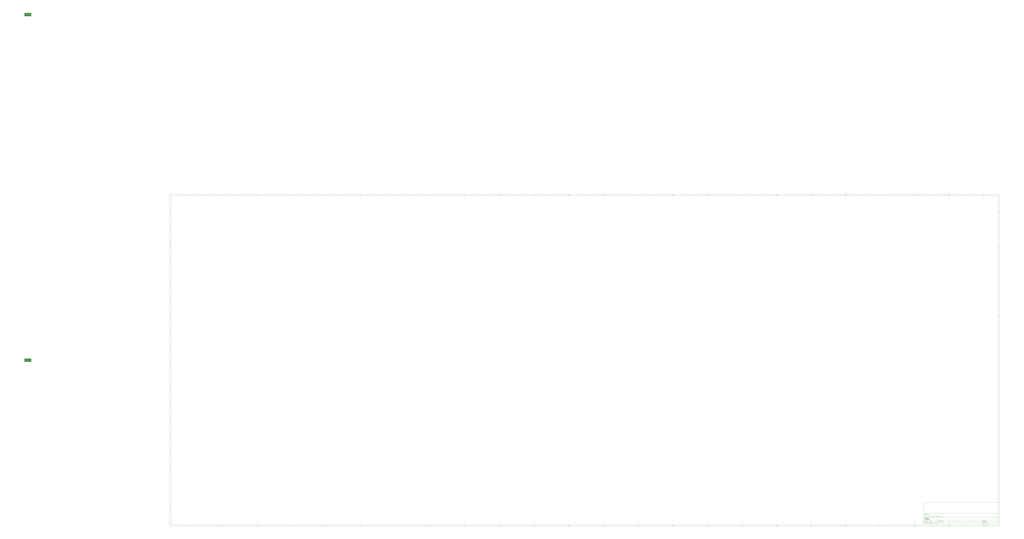
<source format=gbr>
%TF.GenerationSoftware,KiCad,Pcbnew,8.0.3-8.0.3-0~ubuntu20.04.1*%
%TF.CreationDate,2024-07-17T11:30:26-04:00*%
%TF.ProjectId,min_x,6d696e5f-782e-46b6-9963-61645f706362,rev?*%
%TF.SameCoordinates,Original*%
%TF.FileFunction,Paste,Top*%
%TF.FilePolarity,Positive*%
%FSLAX46Y46*%
G04 Gerber Fmt 4.6, Leading zero omitted, Abs format (unit mm)*
G04 Created by KiCad (PCBNEW 8.0.3-8.0.3-0~ubuntu20.04.1) date 2024-07-17 11:30:26*
%MOMM*%
%LPD*%
G01*
G04 APERTURE LIST*
%ADD10C,0.100000*%
%ADD11C,0.150000*%
%ADD12C,0.300000*%
%ADD13C,0.400000*%
%ADD14R,10.000000X5.000000*%
G04 APERTURE END LIST*
D10*
D11*
X1099000000Y-456000000D02*
X1207000000Y-456000000D01*
X1207000000Y-488000000D01*
X1099000000Y-488000000D01*
X1099000000Y-456000000D01*
D10*
D11*
X10000000Y-10000000D02*
X1209000000Y-10000000D01*
X1209000000Y-490000000D01*
X10000000Y-490000000D01*
X10000000Y-10000000D01*
D10*
D11*
X12000000Y-12000000D02*
X1207000000Y-12000000D01*
X1207000000Y-488000000D01*
X12000000Y-488000000D01*
X12000000Y-12000000D01*
D10*
D11*
X60000000Y-12000000D02*
X60000000Y-10000000D01*
D10*
D11*
X110000000Y-12000000D02*
X110000000Y-10000000D01*
D10*
D11*
X160000000Y-12000000D02*
X160000000Y-10000000D01*
D10*
D11*
X210000000Y-12000000D02*
X210000000Y-10000000D01*
D10*
D11*
X260000000Y-12000000D02*
X260000000Y-10000000D01*
D10*
D11*
X310000000Y-12000000D02*
X310000000Y-10000000D01*
D10*
D11*
X360000000Y-12000000D02*
X360000000Y-10000000D01*
D10*
D11*
X410000000Y-12000000D02*
X410000000Y-10000000D01*
D10*
D11*
X460000000Y-12000000D02*
X460000000Y-10000000D01*
D10*
D11*
X510000000Y-12000000D02*
X510000000Y-10000000D01*
D10*
D11*
X560000000Y-12000000D02*
X560000000Y-10000000D01*
D10*
D11*
X610000000Y-12000000D02*
X610000000Y-10000000D01*
D10*
D11*
X660000000Y-12000000D02*
X660000000Y-10000000D01*
D10*
D11*
X710000000Y-12000000D02*
X710000000Y-10000000D01*
D10*
D11*
X760000000Y-12000000D02*
X760000000Y-10000000D01*
D10*
D11*
X810000000Y-12000000D02*
X810000000Y-10000000D01*
D10*
D11*
X860000000Y-12000000D02*
X860000000Y-10000000D01*
D10*
D11*
X910000000Y-12000000D02*
X910000000Y-10000000D01*
D10*
D11*
X960000000Y-12000000D02*
X960000000Y-10000000D01*
D10*
D11*
X1010000000Y-12000000D02*
X1010000000Y-10000000D01*
D10*
D11*
X1060000000Y-12000000D02*
X1060000000Y-10000000D01*
D10*
D11*
X1110000000Y-12000000D02*
X1110000000Y-10000000D01*
D10*
D11*
X1160000000Y-12000000D02*
X1160000000Y-10000000D01*
D10*
D11*
X36089160Y-11593604D02*
X35346303Y-11593604D01*
X35717731Y-11593604D02*
X35717731Y-10293604D01*
X35717731Y-10293604D02*
X35593922Y-10479319D01*
X35593922Y-10479319D02*
X35470112Y-10603128D01*
X35470112Y-10603128D02*
X35346303Y-10665033D01*
D10*
D11*
X85346303Y-10417414D02*
X85408207Y-10355509D01*
X85408207Y-10355509D02*
X85532017Y-10293604D01*
X85532017Y-10293604D02*
X85841541Y-10293604D01*
X85841541Y-10293604D02*
X85965350Y-10355509D01*
X85965350Y-10355509D02*
X86027255Y-10417414D01*
X86027255Y-10417414D02*
X86089160Y-10541223D01*
X86089160Y-10541223D02*
X86089160Y-10665033D01*
X86089160Y-10665033D02*
X86027255Y-10850747D01*
X86027255Y-10850747D02*
X85284398Y-11593604D01*
X85284398Y-11593604D02*
X86089160Y-11593604D01*
D10*
D11*
X135284398Y-10293604D02*
X136089160Y-10293604D01*
X136089160Y-10293604D02*
X135655826Y-10788842D01*
X135655826Y-10788842D02*
X135841541Y-10788842D01*
X135841541Y-10788842D02*
X135965350Y-10850747D01*
X135965350Y-10850747D02*
X136027255Y-10912652D01*
X136027255Y-10912652D02*
X136089160Y-11036461D01*
X136089160Y-11036461D02*
X136089160Y-11345985D01*
X136089160Y-11345985D02*
X136027255Y-11469795D01*
X136027255Y-11469795D02*
X135965350Y-11531700D01*
X135965350Y-11531700D02*
X135841541Y-11593604D01*
X135841541Y-11593604D02*
X135470112Y-11593604D01*
X135470112Y-11593604D02*
X135346303Y-11531700D01*
X135346303Y-11531700D02*
X135284398Y-11469795D01*
D10*
D11*
X185965350Y-10726938D02*
X185965350Y-11593604D01*
X185655826Y-10231700D02*
X185346303Y-11160271D01*
X185346303Y-11160271D02*
X186151064Y-11160271D01*
D10*
D11*
X236027255Y-10293604D02*
X235408207Y-10293604D01*
X235408207Y-10293604D02*
X235346303Y-10912652D01*
X235346303Y-10912652D02*
X235408207Y-10850747D01*
X235408207Y-10850747D02*
X235532017Y-10788842D01*
X235532017Y-10788842D02*
X235841541Y-10788842D01*
X235841541Y-10788842D02*
X235965350Y-10850747D01*
X235965350Y-10850747D02*
X236027255Y-10912652D01*
X236027255Y-10912652D02*
X236089160Y-11036461D01*
X236089160Y-11036461D02*
X236089160Y-11345985D01*
X236089160Y-11345985D02*
X236027255Y-11469795D01*
X236027255Y-11469795D02*
X235965350Y-11531700D01*
X235965350Y-11531700D02*
X235841541Y-11593604D01*
X235841541Y-11593604D02*
X235532017Y-11593604D01*
X235532017Y-11593604D02*
X235408207Y-11531700D01*
X235408207Y-11531700D02*
X235346303Y-11469795D01*
D10*
D11*
X285965350Y-10293604D02*
X285717731Y-10293604D01*
X285717731Y-10293604D02*
X285593922Y-10355509D01*
X285593922Y-10355509D02*
X285532017Y-10417414D01*
X285532017Y-10417414D02*
X285408207Y-10603128D01*
X285408207Y-10603128D02*
X285346303Y-10850747D01*
X285346303Y-10850747D02*
X285346303Y-11345985D01*
X285346303Y-11345985D02*
X285408207Y-11469795D01*
X285408207Y-11469795D02*
X285470112Y-11531700D01*
X285470112Y-11531700D02*
X285593922Y-11593604D01*
X285593922Y-11593604D02*
X285841541Y-11593604D01*
X285841541Y-11593604D02*
X285965350Y-11531700D01*
X285965350Y-11531700D02*
X286027255Y-11469795D01*
X286027255Y-11469795D02*
X286089160Y-11345985D01*
X286089160Y-11345985D02*
X286089160Y-11036461D01*
X286089160Y-11036461D02*
X286027255Y-10912652D01*
X286027255Y-10912652D02*
X285965350Y-10850747D01*
X285965350Y-10850747D02*
X285841541Y-10788842D01*
X285841541Y-10788842D02*
X285593922Y-10788842D01*
X285593922Y-10788842D02*
X285470112Y-10850747D01*
X285470112Y-10850747D02*
X285408207Y-10912652D01*
X285408207Y-10912652D02*
X285346303Y-11036461D01*
D10*
D11*
X335284398Y-10293604D02*
X336151064Y-10293604D01*
X336151064Y-10293604D02*
X335593922Y-11593604D01*
D10*
D11*
X385593922Y-10850747D02*
X385470112Y-10788842D01*
X385470112Y-10788842D02*
X385408207Y-10726938D01*
X385408207Y-10726938D02*
X385346303Y-10603128D01*
X385346303Y-10603128D02*
X385346303Y-10541223D01*
X385346303Y-10541223D02*
X385408207Y-10417414D01*
X385408207Y-10417414D02*
X385470112Y-10355509D01*
X385470112Y-10355509D02*
X385593922Y-10293604D01*
X385593922Y-10293604D02*
X385841541Y-10293604D01*
X385841541Y-10293604D02*
X385965350Y-10355509D01*
X385965350Y-10355509D02*
X386027255Y-10417414D01*
X386027255Y-10417414D02*
X386089160Y-10541223D01*
X386089160Y-10541223D02*
X386089160Y-10603128D01*
X386089160Y-10603128D02*
X386027255Y-10726938D01*
X386027255Y-10726938D02*
X385965350Y-10788842D01*
X385965350Y-10788842D02*
X385841541Y-10850747D01*
X385841541Y-10850747D02*
X385593922Y-10850747D01*
X385593922Y-10850747D02*
X385470112Y-10912652D01*
X385470112Y-10912652D02*
X385408207Y-10974557D01*
X385408207Y-10974557D02*
X385346303Y-11098366D01*
X385346303Y-11098366D02*
X385346303Y-11345985D01*
X385346303Y-11345985D02*
X385408207Y-11469795D01*
X385408207Y-11469795D02*
X385470112Y-11531700D01*
X385470112Y-11531700D02*
X385593922Y-11593604D01*
X385593922Y-11593604D02*
X385841541Y-11593604D01*
X385841541Y-11593604D02*
X385965350Y-11531700D01*
X385965350Y-11531700D02*
X386027255Y-11469795D01*
X386027255Y-11469795D02*
X386089160Y-11345985D01*
X386089160Y-11345985D02*
X386089160Y-11098366D01*
X386089160Y-11098366D02*
X386027255Y-10974557D01*
X386027255Y-10974557D02*
X385965350Y-10912652D01*
X385965350Y-10912652D02*
X385841541Y-10850747D01*
D10*
D11*
X435470112Y-11593604D02*
X435717731Y-11593604D01*
X435717731Y-11593604D02*
X435841541Y-11531700D01*
X435841541Y-11531700D02*
X435903445Y-11469795D01*
X435903445Y-11469795D02*
X436027255Y-11284080D01*
X436027255Y-11284080D02*
X436089160Y-11036461D01*
X436089160Y-11036461D02*
X436089160Y-10541223D01*
X436089160Y-10541223D02*
X436027255Y-10417414D01*
X436027255Y-10417414D02*
X435965350Y-10355509D01*
X435965350Y-10355509D02*
X435841541Y-10293604D01*
X435841541Y-10293604D02*
X435593922Y-10293604D01*
X435593922Y-10293604D02*
X435470112Y-10355509D01*
X435470112Y-10355509D02*
X435408207Y-10417414D01*
X435408207Y-10417414D02*
X435346303Y-10541223D01*
X435346303Y-10541223D02*
X435346303Y-10850747D01*
X435346303Y-10850747D02*
X435408207Y-10974557D01*
X435408207Y-10974557D02*
X435470112Y-11036461D01*
X435470112Y-11036461D02*
X435593922Y-11098366D01*
X435593922Y-11098366D02*
X435841541Y-11098366D01*
X435841541Y-11098366D02*
X435965350Y-11036461D01*
X435965350Y-11036461D02*
X436027255Y-10974557D01*
X436027255Y-10974557D02*
X436089160Y-10850747D01*
D10*
D11*
X486089160Y-11593604D02*
X485346303Y-11593604D01*
X485717731Y-11593604D02*
X485717731Y-10293604D01*
X485717731Y-10293604D02*
X485593922Y-10479319D01*
X485593922Y-10479319D02*
X485470112Y-10603128D01*
X485470112Y-10603128D02*
X485346303Y-10665033D01*
X486893921Y-10293604D02*
X487017731Y-10293604D01*
X487017731Y-10293604D02*
X487141540Y-10355509D01*
X487141540Y-10355509D02*
X487203445Y-10417414D01*
X487203445Y-10417414D02*
X487265350Y-10541223D01*
X487265350Y-10541223D02*
X487327255Y-10788842D01*
X487327255Y-10788842D02*
X487327255Y-11098366D01*
X487327255Y-11098366D02*
X487265350Y-11345985D01*
X487265350Y-11345985D02*
X487203445Y-11469795D01*
X487203445Y-11469795D02*
X487141540Y-11531700D01*
X487141540Y-11531700D02*
X487017731Y-11593604D01*
X487017731Y-11593604D02*
X486893921Y-11593604D01*
X486893921Y-11593604D02*
X486770112Y-11531700D01*
X486770112Y-11531700D02*
X486708207Y-11469795D01*
X486708207Y-11469795D02*
X486646302Y-11345985D01*
X486646302Y-11345985D02*
X486584398Y-11098366D01*
X486584398Y-11098366D02*
X486584398Y-10788842D01*
X486584398Y-10788842D02*
X486646302Y-10541223D01*
X486646302Y-10541223D02*
X486708207Y-10417414D01*
X486708207Y-10417414D02*
X486770112Y-10355509D01*
X486770112Y-10355509D02*
X486893921Y-10293604D01*
D10*
D11*
X536089160Y-11593604D02*
X535346303Y-11593604D01*
X535717731Y-11593604D02*
X535717731Y-10293604D01*
X535717731Y-10293604D02*
X535593922Y-10479319D01*
X535593922Y-10479319D02*
X535470112Y-10603128D01*
X535470112Y-10603128D02*
X535346303Y-10665033D01*
X537327255Y-11593604D02*
X536584398Y-11593604D01*
X536955826Y-11593604D02*
X536955826Y-10293604D01*
X536955826Y-10293604D02*
X536832017Y-10479319D01*
X536832017Y-10479319D02*
X536708207Y-10603128D01*
X536708207Y-10603128D02*
X536584398Y-10665033D01*
D10*
D11*
X586089160Y-11593604D02*
X585346303Y-11593604D01*
X585717731Y-11593604D02*
X585717731Y-10293604D01*
X585717731Y-10293604D02*
X585593922Y-10479319D01*
X585593922Y-10479319D02*
X585470112Y-10603128D01*
X585470112Y-10603128D02*
X585346303Y-10665033D01*
X586584398Y-10417414D02*
X586646302Y-10355509D01*
X586646302Y-10355509D02*
X586770112Y-10293604D01*
X586770112Y-10293604D02*
X587079636Y-10293604D01*
X587079636Y-10293604D02*
X587203445Y-10355509D01*
X587203445Y-10355509D02*
X587265350Y-10417414D01*
X587265350Y-10417414D02*
X587327255Y-10541223D01*
X587327255Y-10541223D02*
X587327255Y-10665033D01*
X587327255Y-10665033D02*
X587265350Y-10850747D01*
X587265350Y-10850747D02*
X586522493Y-11593604D01*
X586522493Y-11593604D02*
X587327255Y-11593604D01*
D10*
D11*
X636089160Y-11593604D02*
X635346303Y-11593604D01*
X635717731Y-11593604D02*
X635717731Y-10293604D01*
X635717731Y-10293604D02*
X635593922Y-10479319D01*
X635593922Y-10479319D02*
X635470112Y-10603128D01*
X635470112Y-10603128D02*
X635346303Y-10665033D01*
X636522493Y-10293604D02*
X637327255Y-10293604D01*
X637327255Y-10293604D02*
X636893921Y-10788842D01*
X636893921Y-10788842D02*
X637079636Y-10788842D01*
X637079636Y-10788842D02*
X637203445Y-10850747D01*
X637203445Y-10850747D02*
X637265350Y-10912652D01*
X637265350Y-10912652D02*
X637327255Y-11036461D01*
X637327255Y-11036461D02*
X637327255Y-11345985D01*
X637327255Y-11345985D02*
X637265350Y-11469795D01*
X637265350Y-11469795D02*
X637203445Y-11531700D01*
X637203445Y-11531700D02*
X637079636Y-11593604D01*
X637079636Y-11593604D02*
X636708207Y-11593604D01*
X636708207Y-11593604D02*
X636584398Y-11531700D01*
X636584398Y-11531700D02*
X636522493Y-11469795D01*
D10*
D11*
X686089160Y-11593604D02*
X685346303Y-11593604D01*
X685717731Y-11593604D02*
X685717731Y-10293604D01*
X685717731Y-10293604D02*
X685593922Y-10479319D01*
X685593922Y-10479319D02*
X685470112Y-10603128D01*
X685470112Y-10603128D02*
X685346303Y-10665033D01*
X687203445Y-10726938D02*
X687203445Y-11593604D01*
X686893921Y-10231700D02*
X686584398Y-11160271D01*
X686584398Y-11160271D02*
X687389159Y-11160271D01*
D10*
D11*
X736089160Y-11593604D02*
X735346303Y-11593604D01*
X735717731Y-11593604D02*
X735717731Y-10293604D01*
X735717731Y-10293604D02*
X735593922Y-10479319D01*
X735593922Y-10479319D02*
X735470112Y-10603128D01*
X735470112Y-10603128D02*
X735346303Y-10665033D01*
X737265350Y-10293604D02*
X736646302Y-10293604D01*
X736646302Y-10293604D02*
X736584398Y-10912652D01*
X736584398Y-10912652D02*
X736646302Y-10850747D01*
X736646302Y-10850747D02*
X736770112Y-10788842D01*
X736770112Y-10788842D02*
X737079636Y-10788842D01*
X737079636Y-10788842D02*
X737203445Y-10850747D01*
X737203445Y-10850747D02*
X737265350Y-10912652D01*
X737265350Y-10912652D02*
X737327255Y-11036461D01*
X737327255Y-11036461D02*
X737327255Y-11345985D01*
X737327255Y-11345985D02*
X737265350Y-11469795D01*
X737265350Y-11469795D02*
X737203445Y-11531700D01*
X737203445Y-11531700D02*
X737079636Y-11593604D01*
X737079636Y-11593604D02*
X736770112Y-11593604D01*
X736770112Y-11593604D02*
X736646302Y-11531700D01*
X736646302Y-11531700D02*
X736584398Y-11469795D01*
D10*
D11*
X786089160Y-11593604D02*
X785346303Y-11593604D01*
X785717731Y-11593604D02*
X785717731Y-10293604D01*
X785717731Y-10293604D02*
X785593922Y-10479319D01*
X785593922Y-10479319D02*
X785470112Y-10603128D01*
X785470112Y-10603128D02*
X785346303Y-10665033D01*
X787203445Y-10293604D02*
X786955826Y-10293604D01*
X786955826Y-10293604D02*
X786832017Y-10355509D01*
X786832017Y-10355509D02*
X786770112Y-10417414D01*
X786770112Y-10417414D02*
X786646302Y-10603128D01*
X786646302Y-10603128D02*
X786584398Y-10850747D01*
X786584398Y-10850747D02*
X786584398Y-11345985D01*
X786584398Y-11345985D02*
X786646302Y-11469795D01*
X786646302Y-11469795D02*
X786708207Y-11531700D01*
X786708207Y-11531700D02*
X786832017Y-11593604D01*
X786832017Y-11593604D02*
X787079636Y-11593604D01*
X787079636Y-11593604D02*
X787203445Y-11531700D01*
X787203445Y-11531700D02*
X787265350Y-11469795D01*
X787265350Y-11469795D02*
X787327255Y-11345985D01*
X787327255Y-11345985D02*
X787327255Y-11036461D01*
X787327255Y-11036461D02*
X787265350Y-10912652D01*
X787265350Y-10912652D02*
X787203445Y-10850747D01*
X787203445Y-10850747D02*
X787079636Y-10788842D01*
X787079636Y-10788842D02*
X786832017Y-10788842D01*
X786832017Y-10788842D02*
X786708207Y-10850747D01*
X786708207Y-10850747D02*
X786646302Y-10912652D01*
X786646302Y-10912652D02*
X786584398Y-11036461D01*
D10*
D11*
X836089160Y-11593604D02*
X835346303Y-11593604D01*
X835717731Y-11593604D02*
X835717731Y-10293604D01*
X835717731Y-10293604D02*
X835593922Y-10479319D01*
X835593922Y-10479319D02*
X835470112Y-10603128D01*
X835470112Y-10603128D02*
X835346303Y-10665033D01*
X836522493Y-10293604D02*
X837389159Y-10293604D01*
X837389159Y-10293604D02*
X836832017Y-11593604D01*
D10*
D11*
X886089160Y-11593604D02*
X885346303Y-11593604D01*
X885717731Y-11593604D02*
X885717731Y-10293604D01*
X885717731Y-10293604D02*
X885593922Y-10479319D01*
X885593922Y-10479319D02*
X885470112Y-10603128D01*
X885470112Y-10603128D02*
X885346303Y-10665033D01*
X886832017Y-10850747D02*
X886708207Y-10788842D01*
X886708207Y-10788842D02*
X886646302Y-10726938D01*
X886646302Y-10726938D02*
X886584398Y-10603128D01*
X886584398Y-10603128D02*
X886584398Y-10541223D01*
X886584398Y-10541223D02*
X886646302Y-10417414D01*
X886646302Y-10417414D02*
X886708207Y-10355509D01*
X886708207Y-10355509D02*
X886832017Y-10293604D01*
X886832017Y-10293604D02*
X887079636Y-10293604D01*
X887079636Y-10293604D02*
X887203445Y-10355509D01*
X887203445Y-10355509D02*
X887265350Y-10417414D01*
X887265350Y-10417414D02*
X887327255Y-10541223D01*
X887327255Y-10541223D02*
X887327255Y-10603128D01*
X887327255Y-10603128D02*
X887265350Y-10726938D01*
X887265350Y-10726938D02*
X887203445Y-10788842D01*
X887203445Y-10788842D02*
X887079636Y-10850747D01*
X887079636Y-10850747D02*
X886832017Y-10850747D01*
X886832017Y-10850747D02*
X886708207Y-10912652D01*
X886708207Y-10912652D02*
X886646302Y-10974557D01*
X886646302Y-10974557D02*
X886584398Y-11098366D01*
X886584398Y-11098366D02*
X886584398Y-11345985D01*
X886584398Y-11345985D02*
X886646302Y-11469795D01*
X886646302Y-11469795D02*
X886708207Y-11531700D01*
X886708207Y-11531700D02*
X886832017Y-11593604D01*
X886832017Y-11593604D02*
X887079636Y-11593604D01*
X887079636Y-11593604D02*
X887203445Y-11531700D01*
X887203445Y-11531700D02*
X887265350Y-11469795D01*
X887265350Y-11469795D02*
X887327255Y-11345985D01*
X887327255Y-11345985D02*
X887327255Y-11098366D01*
X887327255Y-11098366D02*
X887265350Y-10974557D01*
X887265350Y-10974557D02*
X887203445Y-10912652D01*
X887203445Y-10912652D02*
X887079636Y-10850747D01*
D10*
D11*
X936089160Y-11593604D02*
X935346303Y-11593604D01*
X935717731Y-11593604D02*
X935717731Y-10293604D01*
X935717731Y-10293604D02*
X935593922Y-10479319D01*
X935593922Y-10479319D02*
X935470112Y-10603128D01*
X935470112Y-10603128D02*
X935346303Y-10665033D01*
X936708207Y-11593604D02*
X936955826Y-11593604D01*
X936955826Y-11593604D02*
X937079636Y-11531700D01*
X937079636Y-11531700D02*
X937141540Y-11469795D01*
X937141540Y-11469795D02*
X937265350Y-11284080D01*
X937265350Y-11284080D02*
X937327255Y-11036461D01*
X937327255Y-11036461D02*
X937327255Y-10541223D01*
X937327255Y-10541223D02*
X937265350Y-10417414D01*
X937265350Y-10417414D02*
X937203445Y-10355509D01*
X937203445Y-10355509D02*
X937079636Y-10293604D01*
X937079636Y-10293604D02*
X936832017Y-10293604D01*
X936832017Y-10293604D02*
X936708207Y-10355509D01*
X936708207Y-10355509D02*
X936646302Y-10417414D01*
X936646302Y-10417414D02*
X936584398Y-10541223D01*
X936584398Y-10541223D02*
X936584398Y-10850747D01*
X936584398Y-10850747D02*
X936646302Y-10974557D01*
X936646302Y-10974557D02*
X936708207Y-11036461D01*
X936708207Y-11036461D02*
X936832017Y-11098366D01*
X936832017Y-11098366D02*
X937079636Y-11098366D01*
X937079636Y-11098366D02*
X937203445Y-11036461D01*
X937203445Y-11036461D02*
X937265350Y-10974557D01*
X937265350Y-10974557D02*
X937327255Y-10850747D01*
D10*
D11*
X985346303Y-10417414D02*
X985408207Y-10355509D01*
X985408207Y-10355509D02*
X985532017Y-10293604D01*
X985532017Y-10293604D02*
X985841541Y-10293604D01*
X985841541Y-10293604D02*
X985965350Y-10355509D01*
X985965350Y-10355509D02*
X986027255Y-10417414D01*
X986027255Y-10417414D02*
X986089160Y-10541223D01*
X986089160Y-10541223D02*
X986089160Y-10665033D01*
X986089160Y-10665033D02*
X986027255Y-10850747D01*
X986027255Y-10850747D02*
X985284398Y-11593604D01*
X985284398Y-11593604D02*
X986089160Y-11593604D01*
X986893921Y-10293604D02*
X987017731Y-10293604D01*
X987017731Y-10293604D02*
X987141540Y-10355509D01*
X987141540Y-10355509D02*
X987203445Y-10417414D01*
X987203445Y-10417414D02*
X987265350Y-10541223D01*
X987265350Y-10541223D02*
X987327255Y-10788842D01*
X987327255Y-10788842D02*
X987327255Y-11098366D01*
X987327255Y-11098366D02*
X987265350Y-11345985D01*
X987265350Y-11345985D02*
X987203445Y-11469795D01*
X987203445Y-11469795D02*
X987141540Y-11531700D01*
X987141540Y-11531700D02*
X987017731Y-11593604D01*
X987017731Y-11593604D02*
X986893921Y-11593604D01*
X986893921Y-11593604D02*
X986770112Y-11531700D01*
X986770112Y-11531700D02*
X986708207Y-11469795D01*
X986708207Y-11469795D02*
X986646302Y-11345985D01*
X986646302Y-11345985D02*
X986584398Y-11098366D01*
X986584398Y-11098366D02*
X986584398Y-10788842D01*
X986584398Y-10788842D02*
X986646302Y-10541223D01*
X986646302Y-10541223D02*
X986708207Y-10417414D01*
X986708207Y-10417414D02*
X986770112Y-10355509D01*
X986770112Y-10355509D02*
X986893921Y-10293604D01*
D10*
D11*
X1035346303Y-10417414D02*
X1035408207Y-10355509D01*
X1035408207Y-10355509D02*
X1035532017Y-10293604D01*
X1035532017Y-10293604D02*
X1035841541Y-10293604D01*
X1035841541Y-10293604D02*
X1035965350Y-10355509D01*
X1035965350Y-10355509D02*
X1036027255Y-10417414D01*
X1036027255Y-10417414D02*
X1036089160Y-10541223D01*
X1036089160Y-10541223D02*
X1036089160Y-10665033D01*
X1036089160Y-10665033D02*
X1036027255Y-10850747D01*
X1036027255Y-10850747D02*
X1035284398Y-11593604D01*
X1035284398Y-11593604D02*
X1036089160Y-11593604D01*
X1037327255Y-11593604D02*
X1036584398Y-11593604D01*
X1036955826Y-11593604D02*
X1036955826Y-10293604D01*
X1036955826Y-10293604D02*
X1036832017Y-10479319D01*
X1036832017Y-10479319D02*
X1036708207Y-10603128D01*
X1036708207Y-10603128D02*
X1036584398Y-10665033D01*
D10*
D11*
X1085346303Y-10417414D02*
X1085408207Y-10355509D01*
X1085408207Y-10355509D02*
X1085532017Y-10293604D01*
X1085532017Y-10293604D02*
X1085841541Y-10293604D01*
X1085841541Y-10293604D02*
X1085965350Y-10355509D01*
X1085965350Y-10355509D02*
X1086027255Y-10417414D01*
X1086027255Y-10417414D02*
X1086089160Y-10541223D01*
X1086089160Y-10541223D02*
X1086089160Y-10665033D01*
X1086089160Y-10665033D02*
X1086027255Y-10850747D01*
X1086027255Y-10850747D02*
X1085284398Y-11593604D01*
X1085284398Y-11593604D02*
X1086089160Y-11593604D01*
X1086584398Y-10417414D02*
X1086646302Y-10355509D01*
X1086646302Y-10355509D02*
X1086770112Y-10293604D01*
X1086770112Y-10293604D02*
X1087079636Y-10293604D01*
X1087079636Y-10293604D02*
X1087203445Y-10355509D01*
X1087203445Y-10355509D02*
X1087265350Y-10417414D01*
X1087265350Y-10417414D02*
X1087327255Y-10541223D01*
X1087327255Y-10541223D02*
X1087327255Y-10665033D01*
X1087327255Y-10665033D02*
X1087265350Y-10850747D01*
X1087265350Y-10850747D02*
X1086522493Y-11593604D01*
X1086522493Y-11593604D02*
X1087327255Y-11593604D01*
D10*
D11*
X1135346303Y-10417414D02*
X1135408207Y-10355509D01*
X1135408207Y-10355509D02*
X1135532017Y-10293604D01*
X1135532017Y-10293604D02*
X1135841541Y-10293604D01*
X1135841541Y-10293604D02*
X1135965350Y-10355509D01*
X1135965350Y-10355509D02*
X1136027255Y-10417414D01*
X1136027255Y-10417414D02*
X1136089160Y-10541223D01*
X1136089160Y-10541223D02*
X1136089160Y-10665033D01*
X1136089160Y-10665033D02*
X1136027255Y-10850747D01*
X1136027255Y-10850747D02*
X1135284398Y-11593604D01*
X1135284398Y-11593604D02*
X1136089160Y-11593604D01*
X1136522493Y-10293604D02*
X1137327255Y-10293604D01*
X1137327255Y-10293604D02*
X1136893921Y-10788842D01*
X1136893921Y-10788842D02*
X1137079636Y-10788842D01*
X1137079636Y-10788842D02*
X1137203445Y-10850747D01*
X1137203445Y-10850747D02*
X1137265350Y-10912652D01*
X1137265350Y-10912652D02*
X1137327255Y-11036461D01*
X1137327255Y-11036461D02*
X1137327255Y-11345985D01*
X1137327255Y-11345985D02*
X1137265350Y-11469795D01*
X1137265350Y-11469795D02*
X1137203445Y-11531700D01*
X1137203445Y-11531700D02*
X1137079636Y-11593604D01*
X1137079636Y-11593604D02*
X1136708207Y-11593604D01*
X1136708207Y-11593604D02*
X1136584398Y-11531700D01*
X1136584398Y-11531700D02*
X1136522493Y-11469795D01*
D10*
D11*
X1185346303Y-10417414D02*
X1185408207Y-10355509D01*
X1185408207Y-10355509D02*
X1185532017Y-10293604D01*
X1185532017Y-10293604D02*
X1185841541Y-10293604D01*
X1185841541Y-10293604D02*
X1185965350Y-10355509D01*
X1185965350Y-10355509D02*
X1186027255Y-10417414D01*
X1186027255Y-10417414D02*
X1186089160Y-10541223D01*
X1186089160Y-10541223D02*
X1186089160Y-10665033D01*
X1186089160Y-10665033D02*
X1186027255Y-10850747D01*
X1186027255Y-10850747D02*
X1185284398Y-11593604D01*
X1185284398Y-11593604D02*
X1186089160Y-11593604D01*
X1187203445Y-10726938D02*
X1187203445Y-11593604D01*
X1186893921Y-10231700D02*
X1186584398Y-11160271D01*
X1186584398Y-11160271D02*
X1187389159Y-11160271D01*
D10*
D11*
X60000000Y-488000000D02*
X60000000Y-490000000D01*
D10*
D11*
X110000000Y-488000000D02*
X110000000Y-490000000D01*
D10*
D11*
X160000000Y-488000000D02*
X160000000Y-490000000D01*
D10*
D11*
X210000000Y-488000000D02*
X210000000Y-490000000D01*
D10*
D11*
X260000000Y-488000000D02*
X260000000Y-490000000D01*
D10*
D11*
X310000000Y-488000000D02*
X310000000Y-490000000D01*
D10*
D11*
X360000000Y-488000000D02*
X360000000Y-490000000D01*
D10*
D11*
X410000000Y-488000000D02*
X410000000Y-490000000D01*
D10*
D11*
X460000000Y-488000000D02*
X460000000Y-490000000D01*
D10*
D11*
X510000000Y-488000000D02*
X510000000Y-490000000D01*
D10*
D11*
X560000000Y-488000000D02*
X560000000Y-490000000D01*
D10*
D11*
X610000000Y-488000000D02*
X610000000Y-490000000D01*
D10*
D11*
X660000000Y-488000000D02*
X660000000Y-490000000D01*
D10*
D11*
X710000000Y-488000000D02*
X710000000Y-490000000D01*
D10*
D11*
X760000000Y-488000000D02*
X760000000Y-490000000D01*
D10*
D11*
X810000000Y-488000000D02*
X810000000Y-490000000D01*
D10*
D11*
X860000000Y-488000000D02*
X860000000Y-490000000D01*
D10*
D11*
X910000000Y-488000000D02*
X910000000Y-490000000D01*
D10*
D11*
X960000000Y-488000000D02*
X960000000Y-490000000D01*
D10*
D11*
X1010000000Y-488000000D02*
X1010000000Y-490000000D01*
D10*
D11*
X1060000000Y-488000000D02*
X1060000000Y-490000000D01*
D10*
D11*
X1110000000Y-488000000D02*
X1110000000Y-490000000D01*
D10*
D11*
X1160000000Y-488000000D02*
X1160000000Y-490000000D01*
D10*
D11*
X36089160Y-489593604D02*
X35346303Y-489593604D01*
X35717731Y-489593604D02*
X35717731Y-488293604D01*
X35717731Y-488293604D02*
X35593922Y-488479319D01*
X35593922Y-488479319D02*
X35470112Y-488603128D01*
X35470112Y-488603128D02*
X35346303Y-488665033D01*
D10*
D11*
X85346303Y-488417414D02*
X85408207Y-488355509D01*
X85408207Y-488355509D02*
X85532017Y-488293604D01*
X85532017Y-488293604D02*
X85841541Y-488293604D01*
X85841541Y-488293604D02*
X85965350Y-488355509D01*
X85965350Y-488355509D02*
X86027255Y-488417414D01*
X86027255Y-488417414D02*
X86089160Y-488541223D01*
X86089160Y-488541223D02*
X86089160Y-488665033D01*
X86089160Y-488665033D02*
X86027255Y-488850747D01*
X86027255Y-488850747D02*
X85284398Y-489593604D01*
X85284398Y-489593604D02*
X86089160Y-489593604D01*
D10*
D11*
X135284398Y-488293604D02*
X136089160Y-488293604D01*
X136089160Y-488293604D02*
X135655826Y-488788842D01*
X135655826Y-488788842D02*
X135841541Y-488788842D01*
X135841541Y-488788842D02*
X135965350Y-488850747D01*
X135965350Y-488850747D02*
X136027255Y-488912652D01*
X136027255Y-488912652D02*
X136089160Y-489036461D01*
X136089160Y-489036461D02*
X136089160Y-489345985D01*
X136089160Y-489345985D02*
X136027255Y-489469795D01*
X136027255Y-489469795D02*
X135965350Y-489531700D01*
X135965350Y-489531700D02*
X135841541Y-489593604D01*
X135841541Y-489593604D02*
X135470112Y-489593604D01*
X135470112Y-489593604D02*
X135346303Y-489531700D01*
X135346303Y-489531700D02*
X135284398Y-489469795D01*
D10*
D11*
X185965350Y-488726938D02*
X185965350Y-489593604D01*
X185655826Y-488231700D02*
X185346303Y-489160271D01*
X185346303Y-489160271D02*
X186151064Y-489160271D01*
D10*
D11*
X236027255Y-488293604D02*
X235408207Y-488293604D01*
X235408207Y-488293604D02*
X235346303Y-488912652D01*
X235346303Y-488912652D02*
X235408207Y-488850747D01*
X235408207Y-488850747D02*
X235532017Y-488788842D01*
X235532017Y-488788842D02*
X235841541Y-488788842D01*
X235841541Y-488788842D02*
X235965350Y-488850747D01*
X235965350Y-488850747D02*
X236027255Y-488912652D01*
X236027255Y-488912652D02*
X236089160Y-489036461D01*
X236089160Y-489036461D02*
X236089160Y-489345985D01*
X236089160Y-489345985D02*
X236027255Y-489469795D01*
X236027255Y-489469795D02*
X235965350Y-489531700D01*
X235965350Y-489531700D02*
X235841541Y-489593604D01*
X235841541Y-489593604D02*
X235532017Y-489593604D01*
X235532017Y-489593604D02*
X235408207Y-489531700D01*
X235408207Y-489531700D02*
X235346303Y-489469795D01*
D10*
D11*
X285965350Y-488293604D02*
X285717731Y-488293604D01*
X285717731Y-488293604D02*
X285593922Y-488355509D01*
X285593922Y-488355509D02*
X285532017Y-488417414D01*
X285532017Y-488417414D02*
X285408207Y-488603128D01*
X285408207Y-488603128D02*
X285346303Y-488850747D01*
X285346303Y-488850747D02*
X285346303Y-489345985D01*
X285346303Y-489345985D02*
X285408207Y-489469795D01*
X285408207Y-489469795D02*
X285470112Y-489531700D01*
X285470112Y-489531700D02*
X285593922Y-489593604D01*
X285593922Y-489593604D02*
X285841541Y-489593604D01*
X285841541Y-489593604D02*
X285965350Y-489531700D01*
X285965350Y-489531700D02*
X286027255Y-489469795D01*
X286027255Y-489469795D02*
X286089160Y-489345985D01*
X286089160Y-489345985D02*
X286089160Y-489036461D01*
X286089160Y-489036461D02*
X286027255Y-488912652D01*
X286027255Y-488912652D02*
X285965350Y-488850747D01*
X285965350Y-488850747D02*
X285841541Y-488788842D01*
X285841541Y-488788842D02*
X285593922Y-488788842D01*
X285593922Y-488788842D02*
X285470112Y-488850747D01*
X285470112Y-488850747D02*
X285408207Y-488912652D01*
X285408207Y-488912652D02*
X285346303Y-489036461D01*
D10*
D11*
X335284398Y-488293604D02*
X336151064Y-488293604D01*
X336151064Y-488293604D02*
X335593922Y-489593604D01*
D10*
D11*
X385593922Y-488850747D02*
X385470112Y-488788842D01*
X385470112Y-488788842D02*
X385408207Y-488726938D01*
X385408207Y-488726938D02*
X385346303Y-488603128D01*
X385346303Y-488603128D02*
X385346303Y-488541223D01*
X385346303Y-488541223D02*
X385408207Y-488417414D01*
X385408207Y-488417414D02*
X385470112Y-488355509D01*
X385470112Y-488355509D02*
X385593922Y-488293604D01*
X385593922Y-488293604D02*
X385841541Y-488293604D01*
X385841541Y-488293604D02*
X385965350Y-488355509D01*
X385965350Y-488355509D02*
X386027255Y-488417414D01*
X386027255Y-488417414D02*
X386089160Y-488541223D01*
X386089160Y-488541223D02*
X386089160Y-488603128D01*
X386089160Y-488603128D02*
X386027255Y-488726938D01*
X386027255Y-488726938D02*
X385965350Y-488788842D01*
X385965350Y-488788842D02*
X385841541Y-488850747D01*
X385841541Y-488850747D02*
X385593922Y-488850747D01*
X385593922Y-488850747D02*
X385470112Y-488912652D01*
X385470112Y-488912652D02*
X385408207Y-488974557D01*
X385408207Y-488974557D02*
X385346303Y-489098366D01*
X385346303Y-489098366D02*
X385346303Y-489345985D01*
X385346303Y-489345985D02*
X385408207Y-489469795D01*
X385408207Y-489469795D02*
X385470112Y-489531700D01*
X385470112Y-489531700D02*
X385593922Y-489593604D01*
X385593922Y-489593604D02*
X385841541Y-489593604D01*
X385841541Y-489593604D02*
X385965350Y-489531700D01*
X385965350Y-489531700D02*
X386027255Y-489469795D01*
X386027255Y-489469795D02*
X386089160Y-489345985D01*
X386089160Y-489345985D02*
X386089160Y-489098366D01*
X386089160Y-489098366D02*
X386027255Y-488974557D01*
X386027255Y-488974557D02*
X385965350Y-488912652D01*
X385965350Y-488912652D02*
X385841541Y-488850747D01*
D10*
D11*
X435470112Y-489593604D02*
X435717731Y-489593604D01*
X435717731Y-489593604D02*
X435841541Y-489531700D01*
X435841541Y-489531700D02*
X435903445Y-489469795D01*
X435903445Y-489469795D02*
X436027255Y-489284080D01*
X436027255Y-489284080D02*
X436089160Y-489036461D01*
X436089160Y-489036461D02*
X436089160Y-488541223D01*
X436089160Y-488541223D02*
X436027255Y-488417414D01*
X436027255Y-488417414D02*
X435965350Y-488355509D01*
X435965350Y-488355509D02*
X435841541Y-488293604D01*
X435841541Y-488293604D02*
X435593922Y-488293604D01*
X435593922Y-488293604D02*
X435470112Y-488355509D01*
X435470112Y-488355509D02*
X435408207Y-488417414D01*
X435408207Y-488417414D02*
X435346303Y-488541223D01*
X435346303Y-488541223D02*
X435346303Y-488850747D01*
X435346303Y-488850747D02*
X435408207Y-488974557D01*
X435408207Y-488974557D02*
X435470112Y-489036461D01*
X435470112Y-489036461D02*
X435593922Y-489098366D01*
X435593922Y-489098366D02*
X435841541Y-489098366D01*
X435841541Y-489098366D02*
X435965350Y-489036461D01*
X435965350Y-489036461D02*
X436027255Y-488974557D01*
X436027255Y-488974557D02*
X436089160Y-488850747D01*
D10*
D11*
X486089160Y-489593604D02*
X485346303Y-489593604D01*
X485717731Y-489593604D02*
X485717731Y-488293604D01*
X485717731Y-488293604D02*
X485593922Y-488479319D01*
X485593922Y-488479319D02*
X485470112Y-488603128D01*
X485470112Y-488603128D02*
X485346303Y-488665033D01*
X486893921Y-488293604D02*
X487017731Y-488293604D01*
X487017731Y-488293604D02*
X487141540Y-488355509D01*
X487141540Y-488355509D02*
X487203445Y-488417414D01*
X487203445Y-488417414D02*
X487265350Y-488541223D01*
X487265350Y-488541223D02*
X487327255Y-488788842D01*
X487327255Y-488788842D02*
X487327255Y-489098366D01*
X487327255Y-489098366D02*
X487265350Y-489345985D01*
X487265350Y-489345985D02*
X487203445Y-489469795D01*
X487203445Y-489469795D02*
X487141540Y-489531700D01*
X487141540Y-489531700D02*
X487017731Y-489593604D01*
X487017731Y-489593604D02*
X486893921Y-489593604D01*
X486893921Y-489593604D02*
X486770112Y-489531700D01*
X486770112Y-489531700D02*
X486708207Y-489469795D01*
X486708207Y-489469795D02*
X486646302Y-489345985D01*
X486646302Y-489345985D02*
X486584398Y-489098366D01*
X486584398Y-489098366D02*
X486584398Y-488788842D01*
X486584398Y-488788842D02*
X486646302Y-488541223D01*
X486646302Y-488541223D02*
X486708207Y-488417414D01*
X486708207Y-488417414D02*
X486770112Y-488355509D01*
X486770112Y-488355509D02*
X486893921Y-488293604D01*
D10*
D11*
X536089160Y-489593604D02*
X535346303Y-489593604D01*
X535717731Y-489593604D02*
X535717731Y-488293604D01*
X535717731Y-488293604D02*
X535593922Y-488479319D01*
X535593922Y-488479319D02*
X535470112Y-488603128D01*
X535470112Y-488603128D02*
X535346303Y-488665033D01*
X537327255Y-489593604D02*
X536584398Y-489593604D01*
X536955826Y-489593604D02*
X536955826Y-488293604D01*
X536955826Y-488293604D02*
X536832017Y-488479319D01*
X536832017Y-488479319D02*
X536708207Y-488603128D01*
X536708207Y-488603128D02*
X536584398Y-488665033D01*
D10*
D11*
X586089160Y-489593604D02*
X585346303Y-489593604D01*
X585717731Y-489593604D02*
X585717731Y-488293604D01*
X585717731Y-488293604D02*
X585593922Y-488479319D01*
X585593922Y-488479319D02*
X585470112Y-488603128D01*
X585470112Y-488603128D02*
X585346303Y-488665033D01*
X586584398Y-488417414D02*
X586646302Y-488355509D01*
X586646302Y-488355509D02*
X586770112Y-488293604D01*
X586770112Y-488293604D02*
X587079636Y-488293604D01*
X587079636Y-488293604D02*
X587203445Y-488355509D01*
X587203445Y-488355509D02*
X587265350Y-488417414D01*
X587265350Y-488417414D02*
X587327255Y-488541223D01*
X587327255Y-488541223D02*
X587327255Y-488665033D01*
X587327255Y-488665033D02*
X587265350Y-488850747D01*
X587265350Y-488850747D02*
X586522493Y-489593604D01*
X586522493Y-489593604D02*
X587327255Y-489593604D01*
D10*
D11*
X636089160Y-489593604D02*
X635346303Y-489593604D01*
X635717731Y-489593604D02*
X635717731Y-488293604D01*
X635717731Y-488293604D02*
X635593922Y-488479319D01*
X635593922Y-488479319D02*
X635470112Y-488603128D01*
X635470112Y-488603128D02*
X635346303Y-488665033D01*
X636522493Y-488293604D02*
X637327255Y-488293604D01*
X637327255Y-488293604D02*
X636893921Y-488788842D01*
X636893921Y-488788842D02*
X637079636Y-488788842D01*
X637079636Y-488788842D02*
X637203445Y-488850747D01*
X637203445Y-488850747D02*
X637265350Y-488912652D01*
X637265350Y-488912652D02*
X637327255Y-489036461D01*
X637327255Y-489036461D02*
X637327255Y-489345985D01*
X637327255Y-489345985D02*
X637265350Y-489469795D01*
X637265350Y-489469795D02*
X637203445Y-489531700D01*
X637203445Y-489531700D02*
X637079636Y-489593604D01*
X637079636Y-489593604D02*
X636708207Y-489593604D01*
X636708207Y-489593604D02*
X636584398Y-489531700D01*
X636584398Y-489531700D02*
X636522493Y-489469795D01*
D10*
D11*
X686089160Y-489593604D02*
X685346303Y-489593604D01*
X685717731Y-489593604D02*
X685717731Y-488293604D01*
X685717731Y-488293604D02*
X685593922Y-488479319D01*
X685593922Y-488479319D02*
X685470112Y-488603128D01*
X685470112Y-488603128D02*
X685346303Y-488665033D01*
X687203445Y-488726938D02*
X687203445Y-489593604D01*
X686893921Y-488231700D02*
X686584398Y-489160271D01*
X686584398Y-489160271D02*
X687389159Y-489160271D01*
D10*
D11*
X736089160Y-489593604D02*
X735346303Y-489593604D01*
X735717731Y-489593604D02*
X735717731Y-488293604D01*
X735717731Y-488293604D02*
X735593922Y-488479319D01*
X735593922Y-488479319D02*
X735470112Y-488603128D01*
X735470112Y-488603128D02*
X735346303Y-488665033D01*
X737265350Y-488293604D02*
X736646302Y-488293604D01*
X736646302Y-488293604D02*
X736584398Y-488912652D01*
X736584398Y-488912652D02*
X736646302Y-488850747D01*
X736646302Y-488850747D02*
X736770112Y-488788842D01*
X736770112Y-488788842D02*
X737079636Y-488788842D01*
X737079636Y-488788842D02*
X737203445Y-488850747D01*
X737203445Y-488850747D02*
X737265350Y-488912652D01*
X737265350Y-488912652D02*
X737327255Y-489036461D01*
X737327255Y-489036461D02*
X737327255Y-489345985D01*
X737327255Y-489345985D02*
X737265350Y-489469795D01*
X737265350Y-489469795D02*
X737203445Y-489531700D01*
X737203445Y-489531700D02*
X737079636Y-489593604D01*
X737079636Y-489593604D02*
X736770112Y-489593604D01*
X736770112Y-489593604D02*
X736646302Y-489531700D01*
X736646302Y-489531700D02*
X736584398Y-489469795D01*
D10*
D11*
X786089160Y-489593604D02*
X785346303Y-489593604D01*
X785717731Y-489593604D02*
X785717731Y-488293604D01*
X785717731Y-488293604D02*
X785593922Y-488479319D01*
X785593922Y-488479319D02*
X785470112Y-488603128D01*
X785470112Y-488603128D02*
X785346303Y-488665033D01*
X787203445Y-488293604D02*
X786955826Y-488293604D01*
X786955826Y-488293604D02*
X786832017Y-488355509D01*
X786832017Y-488355509D02*
X786770112Y-488417414D01*
X786770112Y-488417414D02*
X786646302Y-488603128D01*
X786646302Y-488603128D02*
X786584398Y-488850747D01*
X786584398Y-488850747D02*
X786584398Y-489345985D01*
X786584398Y-489345985D02*
X786646302Y-489469795D01*
X786646302Y-489469795D02*
X786708207Y-489531700D01*
X786708207Y-489531700D02*
X786832017Y-489593604D01*
X786832017Y-489593604D02*
X787079636Y-489593604D01*
X787079636Y-489593604D02*
X787203445Y-489531700D01*
X787203445Y-489531700D02*
X787265350Y-489469795D01*
X787265350Y-489469795D02*
X787327255Y-489345985D01*
X787327255Y-489345985D02*
X787327255Y-489036461D01*
X787327255Y-489036461D02*
X787265350Y-488912652D01*
X787265350Y-488912652D02*
X787203445Y-488850747D01*
X787203445Y-488850747D02*
X787079636Y-488788842D01*
X787079636Y-488788842D02*
X786832017Y-488788842D01*
X786832017Y-488788842D02*
X786708207Y-488850747D01*
X786708207Y-488850747D02*
X786646302Y-488912652D01*
X786646302Y-488912652D02*
X786584398Y-489036461D01*
D10*
D11*
X836089160Y-489593604D02*
X835346303Y-489593604D01*
X835717731Y-489593604D02*
X835717731Y-488293604D01*
X835717731Y-488293604D02*
X835593922Y-488479319D01*
X835593922Y-488479319D02*
X835470112Y-488603128D01*
X835470112Y-488603128D02*
X835346303Y-488665033D01*
X836522493Y-488293604D02*
X837389159Y-488293604D01*
X837389159Y-488293604D02*
X836832017Y-489593604D01*
D10*
D11*
X886089160Y-489593604D02*
X885346303Y-489593604D01*
X885717731Y-489593604D02*
X885717731Y-488293604D01*
X885717731Y-488293604D02*
X885593922Y-488479319D01*
X885593922Y-488479319D02*
X885470112Y-488603128D01*
X885470112Y-488603128D02*
X885346303Y-488665033D01*
X886832017Y-488850747D02*
X886708207Y-488788842D01*
X886708207Y-488788842D02*
X886646302Y-488726938D01*
X886646302Y-488726938D02*
X886584398Y-488603128D01*
X886584398Y-488603128D02*
X886584398Y-488541223D01*
X886584398Y-488541223D02*
X886646302Y-488417414D01*
X886646302Y-488417414D02*
X886708207Y-488355509D01*
X886708207Y-488355509D02*
X886832017Y-488293604D01*
X886832017Y-488293604D02*
X887079636Y-488293604D01*
X887079636Y-488293604D02*
X887203445Y-488355509D01*
X887203445Y-488355509D02*
X887265350Y-488417414D01*
X887265350Y-488417414D02*
X887327255Y-488541223D01*
X887327255Y-488541223D02*
X887327255Y-488603128D01*
X887327255Y-488603128D02*
X887265350Y-488726938D01*
X887265350Y-488726938D02*
X887203445Y-488788842D01*
X887203445Y-488788842D02*
X887079636Y-488850747D01*
X887079636Y-488850747D02*
X886832017Y-488850747D01*
X886832017Y-488850747D02*
X886708207Y-488912652D01*
X886708207Y-488912652D02*
X886646302Y-488974557D01*
X886646302Y-488974557D02*
X886584398Y-489098366D01*
X886584398Y-489098366D02*
X886584398Y-489345985D01*
X886584398Y-489345985D02*
X886646302Y-489469795D01*
X886646302Y-489469795D02*
X886708207Y-489531700D01*
X886708207Y-489531700D02*
X886832017Y-489593604D01*
X886832017Y-489593604D02*
X887079636Y-489593604D01*
X887079636Y-489593604D02*
X887203445Y-489531700D01*
X887203445Y-489531700D02*
X887265350Y-489469795D01*
X887265350Y-489469795D02*
X887327255Y-489345985D01*
X887327255Y-489345985D02*
X887327255Y-489098366D01*
X887327255Y-489098366D02*
X887265350Y-488974557D01*
X887265350Y-488974557D02*
X887203445Y-488912652D01*
X887203445Y-488912652D02*
X887079636Y-488850747D01*
D10*
D11*
X936089160Y-489593604D02*
X935346303Y-489593604D01*
X935717731Y-489593604D02*
X935717731Y-488293604D01*
X935717731Y-488293604D02*
X935593922Y-488479319D01*
X935593922Y-488479319D02*
X935470112Y-488603128D01*
X935470112Y-488603128D02*
X935346303Y-488665033D01*
X936708207Y-489593604D02*
X936955826Y-489593604D01*
X936955826Y-489593604D02*
X937079636Y-489531700D01*
X937079636Y-489531700D02*
X937141540Y-489469795D01*
X937141540Y-489469795D02*
X937265350Y-489284080D01*
X937265350Y-489284080D02*
X937327255Y-489036461D01*
X937327255Y-489036461D02*
X937327255Y-488541223D01*
X937327255Y-488541223D02*
X937265350Y-488417414D01*
X937265350Y-488417414D02*
X937203445Y-488355509D01*
X937203445Y-488355509D02*
X937079636Y-488293604D01*
X937079636Y-488293604D02*
X936832017Y-488293604D01*
X936832017Y-488293604D02*
X936708207Y-488355509D01*
X936708207Y-488355509D02*
X936646302Y-488417414D01*
X936646302Y-488417414D02*
X936584398Y-488541223D01*
X936584398Y-488541223D02*
X936584398Y-488850747D01*
X936584398Y-488850747D02*
X936646302Y-488974557D01*
X936646302Y-488974557D02*
X936708207Y-489036461D01*
X936708207Y-489036461D02*
X936832017Y-489098366D01*
X936832017Y-489098366D02*
X937079636Y-489098366D01*
X937079636Y-489098366D02*
X937203445Y-489036461D01*
X937203445Y-489036461D02*
X937265350Y-488974557D01*
X937265350Y-488974557D02*
X937327255Y-488850747D01*
D10*
D11*
X985346303Y-488417414D02*
X985408207Y-488355509D01*
X985408207Y-488355509D02*
X985532017Y-488293604D01*
X985532017Y-488293604D02*
X985841541Y-488293604D01*
X985841541Y-488293604D02*
X985965350Y-488355509D01*
X985965350Y-488355509D02*
X986027255Y-488417414D01*
X986027255Y-488417414D02*
X986089160Y-488541223D01*
X986089160Y-488541223D02*
X986089160Y-488665033D01*
X986089160Y-488665033D02*
X986027255Y-488850747D01*
X986027255Y-488850747D02*
X985284398Y-489593604D01*
X985284398Y-489593604D02*
X986089160Y-489593604D01*
X986893921Y-488293604D02*
X987017731Y-488293604D01*
X987017731Y-488293604D02*
X987141540Y-488355509D01*
X987141540Y-488355509D02*
X987203445Y-488417414D01*
X987203445Y-488417414D02*
X987265350Y-488541223D01*
X987265350Y-488541223D02*
X987327255Y-488788842D01*
X987327255Y-488788842D02*
X987327255Y-489098366D01*
X987327255Y-489098366D02*
X987265350Y-489345985D01*
X987265350Y-489345985D02*
X987203445Y-489469795D01*
X987203445Y-489469795D02*
X987141540Y-489531700D01*
X987141540Y-489531700D02*
X987017731Y-489593604D01*
X987017731Y-489593604D02*
X986893921Y-489593604D01*
X986893921Y-489593604D02*
X986770112Y-489531700D01*
X986770112Y-489531700D02*
X986708207Y-489469795D01*
X986708207Y-489469795D02*
X986646302Y-489345985D01*
X986646302Y-489345985D02*
X986584398Y-489098366D01*
X986584398Y-489098366D02*
X986584398Y-488788842D01*
X986584398Y-488788842D02*
X986646302Y-488541223D01*
X986646302Y-488541223D02*
X986708207Y-488417414D01*
X986708207Y-488417414D02*
X986770112Y-488355509D01*
X986770112Y-488355509D02*
X986893921Y-488293604D01*
D10*
D11*
X1035346303Y-488417414D02*
X1035408207Y-488355509D01*
X1035408207Y-488355509D02*
X1035532017Y-488293604D01*
X1035532017Y-488293604D02*
X1035841541Y-488293604D01*
X1035841541Y-488293604D02*
X1035965350Y-488355509D01*
X1035965350Y-488355509D02*
X1036027255Y-488417414D01*
X1036027255Y-488417414D02*
X1036089160Y-488541223D01*
X1036089160Y-488541223D02*
X1036089160Y-488665033D01*
X1036089160Y-488665033D02*
X1036027255Y-488850747D01*
X1036027255Y-488850747D02*
X1035284398Y-489593604D01*
X1035284398Y-489593604D02*
X1036089160Y-489593604D01*
X1037327255Y-489593604D02*
X1036584398Y-489593604D01*
X1036955826Y-489593604D02*
X1036955826Y-488293604D01*
X1036955826Y-488293604D02*
X1036832017Y-488479319D01*
X1036832017Y-488479319D02*
X1036708207Y-488603128D01*
X1036708207Y-488603128D02*
X1036584398Y-488665033D01*
D10*
D11*
X1085346303Y-488417414D02*
X1085408207Y-488355509D01*
X1085408207Y-488355509D02*
X1085532017Y-488293604D01*
X1085532017Y-488293604D02*
X1085841541Y-488293604D01*
X1085841541Y-488293604D02*
X1085965350Y-488355509D01*
X1085965350Y-488355509D02*
X1086027255Y-488417414D01*
X1086027255Y-488417414D02*
X1086089160Y-488541223D01*
X1086089160Y-488541223D02*
X1086089160Y-488665033D01*
X1086089160Y-488665033D02*
X1086027255Y-488850747D01*
X1086027255Y-488850747D02*
X1085284398Y-489593604D01*
X1085284398Y-489593604D02*
X1086089160Y-489593604D01*
X1086584398Y-488417414D02*
X1086646302Y-488355509D01*
X1086646302Y-488355509D02*
X1086770112Y-488293604D01*
X1086770112Y-488293604D02*
X1087079636Y-488293604D01*
X1087079636Y-488293604D02*
X1087203445Y-488355509D01*
X1087203445Y-488355509D02*
X1087265350Y-488417414D01*
X1087265350Y-488417414D02*
X1087327255Y-488541223D01*
X1087327255Y-488541223D02*
X1087327255Y-488665033D01*
X1087327255Y-488665033D02*
X1087265350Y-488850747D01*
X1087265350Y-488850747D02*
X1086522493Y-489593604D01*
X1086522493Y-489593604D02*
X1087327255Y-489593604D01*
D10*
D11*
X1135346303Y-488417414D02*
X1135408207Y-488355509D01*
X1135408207Y-488355509D02*
X1135532017Y-488293604D01*
X1135532017Y-488293604D02*
X1135841541Y-488293604D01*
X1135841541Y-488293604D02*
X1135965350Y-488355509D01*
X1135965350Y-488355509D02*
X1136027255Y-488417414D01*
X1136027255Y-488417414D02*
X1136089160Y-488541223D01*
X1136089160Y-488541223D02*
X1136089160Y-488665033D01*
X1136089160Y-488665033D02*
X1136027255Y-488850747D01*
X1136027255Y-488850747D02*
X1135284398Y-489593604D01*
X1135284398Y-489593604D02*
X1136089160Y-489593604D01*
X1136522493Y-488293604D02*
X1137327255Y-488293604D01*
X1137327255Y-488293604D02*
X1136893921Y-488788842D01*
X1136893921Y-488788842D02*
X1137079636Y-488788842D01*
X1137079636Y-488788842D02*
X1137203445Y-488850747D01*
X1137203445Y-488850747D02*
X1137265350Y-488912652D01*
X1137265350Y-488912652D02*
X1137327255Y-489036461D01*
X1137327255Y-489036461D02*
X1137327255Y-489345985D01*
X1137327255Y-489345985D02*
X1137265350Y-489469795D01*
X1137265350Y-489469795D02*
X1137203445Y-489531700D01*
X1137203445Y-489531700D02*
X1137079636Y-489593604D01*
X1137079636Y-489593604D02*
X1136708207Y-489593604D01*
X1136708207Y-489593604D02*
X1136584398Y-489531700D01*
X1136584398Y-489531700D02*
X1136522493Y-489469795D01*
D10*
D11*
X1185346303Y-488417414D02*
X1185408207Y-488355509D01*
X1185408207Y-488355509D02*
X1185532017Y-488293604D01*
X1185532017Y-488293604D02*
X1185841541Y-488293604D01*
X1185841541Y-488293604D02*
X1185965350Y-488355509D01*
X1185965350Y-488355509D02*
X1186027255Y-488417414D01*
X1186027255Y-488417414D02*
X1186089160Y-488541223D01*
X1186089160Y-488541223D02*
X1186089160Y-488665033D01*
X1186089160Y-488665033D02*
X1186027255Y-488850747D01*
X1186027255Y-488850747D02*
X1185284398Y-489593604D01*
X1185284398Y-489593604D02*
X1186089160Y-489593604D01*
X1187203445Y-488726938D02*
X1187203445Y-489593604D01*
X1186893921Y-488231700D02*
X1186584398Y-489160271D01*
X1186584398Y-489160271D02*
X1187389159Y-489160271D01*
D10*
D11*
X10000000Y-60000000D02*
X12000000Y-60000000D01*
D10*
D11*
X10000000Y-110000000D02*
X12000000Y-110000000D01*
D10*
D11*
X10000000Y-160000000D02*
X12000000Y-160000000D01*
D10*
D11*
X10000000Y-210000000D02*
X12000000Y-210000000D01*
D10*
D11*
X10000000Y-260000000D02*
X12000000Y-260000000D01*
D10*
D11*
X10000000Y-310000000D02*
X12000000Y-310000000D01*
D10*
D11*
X10000000Y-360000000D02*
X12000000Y-360000000D01*
D10*
D11*
X10000000Y-410000000D02*
X12000000Y-410000000D01*
D10*
D11*
X10000000Y-460000000D02*
X12000000Y-460000000D01*
D10*
D11*
X10690476Y-35222176D02*
X11309523Y-35222176D01*
X10566666Y-35593604D02*
X10999999Y-34293604D01*
X10999999Y-34293604D02*
X11433333Y-35593604D01*
D10*
D11*
X11092857Y-84912652D02*
X11278571Y-84974557D01*
X11278571Y-84974557D02*
X11340476Y-85036461D01*
X11340476Y-85036461D02*
X11402380Y-85160271D01*
X11402380Y-85160271D02*
X11402380Y-85345985D01*
X11402380Y-85345985D02*
X11340476Y-85469795D01*
X11340476Y-85469795D02*
X11278571Y-85531700D01*
X11278571Y-85531700D02*
X11154761Y-85593604D01*
X11154761Y-85593604D02*
X10659523Y-85593604D01*
X10659523Y-85593604D02*
X10659523Y-84293604D01*
X10659523Y-84293604D02*
X11092857Y-84293604D01*
X11092857Y-84293604D02*
X11216666Y-84355509D01*
X11216666Y-84355509D02*
X11278571Y-84417414D01*
X11278571Y-84417414D02*
X11340476Y-84541223D01*
X11340476Y-84541223D02*
X11340476Y-84665033D01*
X11340476Y-84665033D02*
X11278571Y-84788842D01*
X11278571Y-84788842D02*
X11216666Y-84850747D01*
X11216666Y-84850747D02*
X11092857Y-84912652D01*
X11092857Y-84912652D02*
X10659523Y-84912652D01*
D10*
D11*
X11402380Y-135469795D02*
X11340476Y-135531700D01*
X11340476Y-135531700D02*
X11154761Y-135593604D01*
X11154761Y-135593604D02*
X11030952Y-135593604D01*
X11030952Y-135593604D02*
X10845238Y-135531700D01*
X10845238Y-135531700D02*
X10721428Y-135407890D01*
X10721428Y-135407890D02*
X10659523Y-135284080D01*
X10659523Y-135284080D02*
X10597619Y-135036461D01*
X10597619Y-135036461D02*
X10597619Y-134850747D01*
X10597619Y-134850747D02*
X10659523Y-134603128D01*
X10659523Y-134603128D02*
X10721428Y-134479319D01*
X10721428Y-134479319D02*
X10845238Y-134355509D01*
X10845238Y-134355509D02*
X11030952Y-134293604D01*
X11030952Y-134293604D02*
X11154761Y-134293604D01*
X11154761Y-134293604D02*
X11340476Y-134355509D01*
X11340476Y-134355509D02*
X11402380Y-134417414D01*
D10*
D11*
X10659523Y-185593604D02*
X10659523Y-184293604D01*
X10659523Y-184293604D02*
X10969047Y-184293604D01*
X10969047Y-184293604D02*
X11154761Y-184355509D01*
X11154761Y-184355509D02*
X11278571Y-184479319D01*
X11278571Y-184479319D02*
X11340476Y-184603128D01*
X11340476Y-184603128D02*
X11402380Y-184850747D01*
X11402380Y-184850747D02*
X11402380Y-185036461D01*
X11402380Y-185036461D02*
X11340476Y-185284080D01*
X11340476Y-185284080D02*
X11278571Y-185407890D01*
X11278571Y-185407890D02*
X11154761Y-185531700D01*
X11154761Y-185531700D02*
X10969047Y-185593604D01*
X10969047Y-185593604D02*
X10659523Y-185593604D01*
D10*
D11*
X10721428Y-234912652D02*
X11154762Y-234912652D01*
X11340476Y-235593604D02*
X10721428Y-235593604D01*
X10721428Y-235593604D02*
X10721428Y-234293604D01*
X10721428Y-234293604D02*
X11340476Y-234293604D01*
D10*
D11*
X11185714Y-284912652D02*
X10752380Y-284912652D01*
X10752380Y-285593604D02*
X10752380Y-284293604D01*
X10752380Y-284293604D02*
X11371428Y-284293604D01*
D10*
D11*
X11340476Y-334355509D02*
X11216666Y-334293604D01*
X11216666Y-334293604D02*
X11030952Y-334293604D01*
X11030952Y-334293604D02*
X10845238Y-334355509D01*
X10845238Y-334355509D02*
X10721428Y-334479319D01*
X10721428Y-334479319D02*
X10659523Y-334603128D01*
X10659523Y-334603128D02*
X10597619Y-334850747D01*
X10597619Y-334850747D02*
X10597619Y-335036461D01*
X10597619Y-335036461D02*
X10659523Y-335284080D01*
X10659523Y-335284080D02*
X10721428Y-335407890D01*
X10721428Y-335407890D02*
X10845238Y-335531700D01*
X10845238Y-335531700D02*
X11030952Y-335593604D01*
X11030952Y-335593604D02*
X11154761Y-335593604D01*
X11154761Y-335593604D02*
X11340476Y-335531700D01*
X11340476Y-335531700D02*
X11402380Y-335469795D01*
X11402380Y-335469795D02*
X11402380Y-335036461D01*
X11402380Y-335036461D02*
X11154761Y-335036461D01*
D10*
D11*
X10628571Y-385593604D02*
X10628571Y-384293604D01*
X10628571Y-384912652D02*
X11371428Y-384912652D01*
X11371428Y-385593604D02*
X11371428Y-384293604D01*
D10*
D11*
X10999999Y-435593604D02*
X10999999Y-434293604D01*
D10*
D11*
X11185714Y-484293604D02*
X11185714Y-485222176D01*
X11185714Y-485222176D02*
X11123809Y-485407890D01*
X11123809Y-485407890D02*
X11000000Y-485531700D01*
X11000000Y-485531700D02*
X10814285Y-485593604D01*
X10814285Y-485593604D02*
X10690476Y-485593604D01*
D10*
D11*
X1209000000Y-60000000D02*
X1207000000Y-60000000D01*
D10*
D11*
X1209000000Y-110000000D02*
X1207000000Y-110000000D01*
D10*
D11*
X1209000000Y-160000000D02*
X1207000000Y-160000000D01*
D10*
D11*
X1209000000Y-210000000D02*
X1207000000Y-210000000D01*
D10*
D11*
X1209000000Y-260000000D02*
X1207000000Y-260000000D01*
D10*
D11*
X1209000000Y-310000000D02*
X1207000000Y-310000000D01*
D10*
D11*
X1209000000Y-360000000D02*
X1207000000Y-360000000D01*
D10*
D11*
X1209000000Y-410000000D02*
X1207000000Y-410000000D01*
D10*
D11*
X1209000000Y-460000000D02*
X1207000000Y-460000000D01*
D10*
D11*
X1207690476Y-35222176D02*
X1208309523Y-35222176D01*
X1207566666Y-35593604D02*
X1207999999Y-34293604D01*
X1207999999Y-34293604D02*
X1208433333Y-35593604D01*
D10*
D11*
X1208092857Y-84912652D02*
X1208278571Y-84974557D01*
X1208278571Y-84974557D02*
X1208340476Y-85036461D01*
X1208340476Y-85036461D02*
X1208402380Y-85160271D01*
X1208402380Y-85160271D02*
X1208402380Y-85345985D01*
X1208402380Y-85345985D02*
X1208340476Y-85469795D01*
X1208340476Y-85469795D02*
X1208278571Y-85531700D01*
X1208278571Y-85531700D02*
X1208154761Y-85593604D01*
X1208154761Y-85593604D02*
X1207659523Y-85593604D01*
X1207659523Y-85593604D02*
X1207659523Y-84293604D01*
X1207659523Y-84293604D02*
X1208092857Y-84293604D01*
X1208092857Y-84293604D02*
X1208216666Y-84355509D01*
X1208216666Y-84355509D02*
X1208278571Y-84417414D01*
X1208278571Y-84417414D02*
X1208340476Y-84541223D01*
X1208340476Y-84541223D02*
X1208340476Y-84665033D01*
X1208340476Y-84665033D02*
X1208278571Y-84788842D01*
X1208278571Y-84788842D02*
X1208216666Y-84850747D01*
X1208216666Y-84850747D02*
X1208092857Y-84912652D01*
X1208092857Y-84912652D02*
X1207659523Y-84912652D01*
D10*
D11*
X1208402380Y-135469795D02*
X1208340476Y-135531700D01*
X1208340476Y-135531700D02*
X1208154761Y-135593604D01*
X1208154761Y-135593604D02*
X1208030952Y-135593604D01*
X1208030952Y-135593604D02*
X1207845238Y-135531700D01*
X1207845238Y-135531700D02*
X1207721428Y-135407890D01*
X1207721428Y-135407890D02*
X1207659523Y-135284080D01*
X1207659523Y-135284080D02*
X1207597619Y-135036461D01*
X1207597619Y-135036461D02*
X1207597619Y-134850747D01*
X1207597619Y-134850747D02*
X1207659523Y-134603128D01*
X1207659523Y-134603128D02*
X1207721428Y-134479319D01*
X1207721428Y-134479319D02*
X1207845238Y-134355509D01*
X1207845238Y-134355509D02*
X1208030952Y-134293604D01*
X1208030952Y-134293604D02*
X1208154761Y-134293604D01*
X1208154761Y-134293604D02*
X1208340476Y-134355509D01*
X1208340476Y-134355509D02*
X1208402380Y-134417414D01*
D10*
D11*
X1207659523Y-185593604D02*
X1207659523Y-184293604D01*
X1207659523Y-184293604D02*
X1207969047Y-184293604D01*
X1207969047Y-184293604D02*
X1208154761Y-184355509D01*
X1208154761Y-184355509D02*
X1208278571Y-184479319D01*
X1208278571Y-184479319D02*
X1208340476Y-184603128D01*
X1208340476Y-184603128D02*
X1208402380Y-184850747D01*
X1208402380Y-184850747D02*
X1208402380Y-185036461D01*
X1208402380Y-185036461D02*
X1208340476Y-185284080D01*
X1208340476Y-185284080D02*
X1208278571Y-185407890D01*
X1208278571Y-185407890D02*
X1208154761Y-185531700D01*
X1208154761Y-185531700D02*
X1207969047Y-185593604D01*
X1207969047Y-185593604D02*
X1207659523Y-185593604D01*
D10*
D11*
X1207721428Y-234912652D02*
X1208154762Y-234912652D01*
X1208340476Y-235593604D02*
X1207721428Y-235593604D01*
X1207721428Y-235593604D02*
X1207721428Y-234293604D01*
X1207721428Y-234293604D02*
X1208340476Y-234293604D01*
D10*
D11*
X1208185714Y-284912652D02*
X1207752380Y-284912652D01*
X1207752380Y-285593604D02*
X1207752380Y-284293604D01*
X1207752380Y-284293604D02*
X1208371428Y-284293604D01*
D10*
D11*
X1208340476Y-334355509D02*
X1208216666Y-334293604D01*
X1208216666Y-334293604D02*
X1208030952Y-334293604D01*
X1208030952Y-334293604D02*
X1207845238Y-334355509D01*
X1207845238Y-334355509D02*
X1207721428Y-334479319D01*
X1207721428Y-334479319D02*
X1207659523Y-334603128D01*
X1207659523Y-334603128D02*
X1207597619Y-334850747D01*
X1207597619Y-334850747D02*
X1207597619Y-335036461D01*
X1207597619Y-335036461D02*
X1207659523Y-335284080D01*
X1207659523Y-335284080D02*
X1207721428Y-335407890D01*
X1207721428Y-335407890D02*
X1207845238Y-335531700D01*
X1207845238Y-335531700D02*
X1208030952Y-335593604D01*
X1208030952Y-335593604D02*
X1208154761Y-335593604D01*
X1208154761Y-335593604D02*
X1208340476Y-335531700D01*
X1208340476Y-335531700D02*
X1208402380Y-335469795D01*
X1208402380Y-335469795D02*
X1208402380Y-335036461D01*
X1208402380Y-335036461D02*
X1208154761Y-335036461D01*
D10*
D11*
X1207628571Y-385593604D02*
X1207628571Y-384293604D01*
X1207628571Y-384912652D02*
X1208371428Y-384912652D01*
X1208371428Y-385593604D02*
X1208371428Y-384293604D01*
D10*
D11*
X1207999999Y-435593604D02*
X1207999999Y-434293604D01*
D10*
D11*
X1208185714Y-484293604D02*
X1208185714Y-485222176D01*
X1208185714Y-485222176D02*
X1208123809Y-485407890D01*
X1208123809Y-485407890D02*
X1208000000Y-485531700D01*
X1208000000Y-485531700D02*
X1207814285Y-485593604D01*
X1207814285Y-485593604D02*
X1207690476Y-485593604D01*
D10*
D11*
X1122455826Y-483786128D02*
X1122455826Y-482286128D01*
X1122455826Y-482286128D02*
X1122812969Y-482286128D01*
X1122812969Y-482286128D02*
X1123027255Y-482357557D01*
X1123027255Y-482357557D02*
X1123170112Y-482500414D01*
X1123170112Y-482500414D02*
X1123241541Y-482643271D01*
X1123241541Y-482643271D02*
X1123312969Y-482928985D01*
X1123312969Y-482928985D02*
X1123312969Y-483143271D01*
X1123312969Y-483143271D02*
X1123241541Y-483428985D01*
X1123241541Y-483428985D02*
X1123170112Y-483571842D01*
X1123170112Y-483571842D02*
X1123027255Y-483714700D01*
X1123027255Y-483714700D02*
X1122812969Y-483786128D01*
X1122812969Y-483786128D02*
X1122455826Y-483786128D01*
X1124598684Y-483786128D02*
X1124598684Y-483000414D01*
X1124598684Y-483000414D02*
X1124527255Y-482857557D01*
X1124527255Y-482857557D02*
X1124384398Y-482786128D01*
X1124384398Y-482786128D02*
X1124098684Y-482786128D01*
X1124098684Y-482786128D02*
X1123955826Y-482857557D01*
X1124598684Y-483714700D02*
X1124455826Y-483786128D01*
X1124455826Y-483786128D02*
X1124098684Y-483786128D01*
X1124098684Y-483786128D02*
X1123955826Y-483714700D01*
X1123955826Y-483714700D02*
X1123884398Y-483571842D01*
X1123884398Y-483571842D02*
X1123884398Y-483428985D01*
X1123884398Y-483428985D02*
X1123955826Y-483286128D01*
X1123955826Y-483286128D02*
X1124098684Y-483214700D01*
X1124098684Y-483214700D02*
X1124455826Y-483214700D01*
X1124455826Y-483214700D02*
X1124598684Y-483143271D01*
X1125098684Y-482786128D02*
X1125670112Y-482786128D01*
X1125312969Y-482286128D02*
X1125312969Y-483571842D01*
X1125312969Y-483571842D02*
X1125384398Y-483714700D01*
X1125384398Y-483714700D02*
X1125527255Y-483786128D01*
X1125527255Y-483786128D02*
X1125670112Y-483786128D01*
X1126741541Y-483714700D02*
X1126598684Y-483786128D01*
X1126598684Y-483786128D02*
X1126312970Y-483786128D01*
X1126312970Y-483786128D02*
X1126170112Y-483714700D01*
X1126170112Y-483714700D02*
X1126098684Y-483571842D01*
X1126098684Y-483571842D02*
X1126098684Y-483000414D01*
X1126098684Y-483000414D02*
X1126170112Y-482857557D01*
X1126170112Y-482857557D02*
X1126312970Y-482786128D01*
X1126312970Y-482786128D02*
X1126598684Y-482786128D01*
X1126598684Y-482786128D02*
X1126741541Y-482857557D01*
X1126741541Y-482857557D02*
X1126812970Y-483000414D01*
X1126812970Y-483000414D02*
X1126812970Y-483143271D01*
X1126812970Y-483143271D02*
X1126098684Y-483286128D01*
X1127455826Y-483643271D02*
X1127527255Y-483714700D01*
X1127527255Y-483714700D02*
X1127455826Y-483786128D01*
X1127455826Y-483786128D02*
X1127384398Y-483714700D01*
X1127384398Y-483714700D02*
X1127455826Y-483643271D01*
X1127455826Y-483643271D02*
X1127455826Y-483786128D01*
X1127455826Y-482857557D02*
X1127527255Y-482928985D01*
X1127527255Y-482928985D02*
X1127455826Y-483000414D01*
X1127455826Y-483000414D02*
X1127384398Y-482928985D01*
X1127384398Y-482928985D02*
X1127455826Y-482857557D01*
X1127455826Y-482857557D02*
X1127455826Y-483000414D01*
D10*
D11*
X1099000000Y-484500000D02*
X1207000000Y-484500000D01*
D10*
D11*
X1100455826Y-486586128D02*
X1100455826Y-485086128D01*
X1101312969Y-486586128D02*
X1100670112Y-485728985D01*
X1101312969Y-485086128D02*
X1100455826Y-485943271D01*
X1101955826Y-486586128D02*
X1101955826Y-485586128D01*
X1101955826Y-485086128D02*
X1101884398Y-485157557D01*
X1101884398Y-485157557D02*
X1101955826Y-485228985D01*
X1101955826Y-485228985D02*
X1102027255Y-485157557D01*
X1102027255Y-485157557D02*
X1101955826Y-485086128D01*
X1101955826Y-485086128D02*
X1101955826Y-485228985D01*
X1103527255Y-486443271D02*
X1103455827Y-486514700D01*
X1103455827Y-486514700D02*
X1103241541Y-486586128D01*
X1103241541Y-486586128D02*
X1103098684Y-486586128D01*
X1103098684Y-486586128D02*
X1102884398Y-486514700D01*
X1102884398Y-486514700D02*
X1102741541Y-486371842D01*
X1102741541Y-486371842D02*
X1102670112Y-486228985D01*
X1102670112Y-486228985D02*
X1102598684Y-485943271D01*
X1102598684Y-485943271D02*
X1102598684Y-485728985D01*
X1102598684Y-485728985D02*
X1102670112Y-485443271D01*
X1102670112Y-485443271D02*
X1102741541Y-485300414D01*
X1102741541Y-485300414D02*
X1102884398Y-485157557D01*
X1102884398Y-485157557D02*
X1103098684Y-485086128D01*
X1103098684Y-485086128D02*
X1103241541Y-485086128D01*
X1103241541Y-485086128D02*
X1103455827Y-485157557D01*
X1103455827Y-485157557D02*
X1103527255Y-485228985D01*
X1104812970Y-486586128D02*
X1104812970Y-485800414D01*
X1104812970Y-485800414D02*
X1104741541Y-485657557D01*
X1104741541Y-485657557D02*
X1104598684Y-485586128D01*
X1104598684Y-485586128D02*
X1104312970Y-485586128D01*
X1104312970Y-485586128D02*
X1104170112Y-485657557D01*
X1104812970Y-486514700D02*
X1104670112Y-486586128D01*
X1104670112Y-486586128D02*
X1104312970Y-486586128D01*
X1104312970Y-486586128D02*
X1104170112Y-486514700D01*
X1104170112Y-486514700D02*
X1104098684Y-486371842D01*
X1104098684Y-486371842D02*
X1104098684Y-486228985D01*
X1104098684Y-486228985D02*
X1104170112Y-486086128D01*
X1104170112Y-486086128D02*
X1104312970Y-486014700D01*
X1104312970Y-486014700D02*
X1104670112Y-486014700D01*
X1104670112Y-486014700D02*
X1104812970Y-485943271D01*
X1106170113Y-486586128D02*
X1106170113Y-485086128D01*
X1106170113Y-486514700D02*
X1106027255Y-486586128D01*
X1106027255Y-486586128D02*
X1105741541Y-486586128D01*
X1105741541Y-486586128D02*
X1105598684Y-486514700D01*
X1105598684Y-486514700D02*
X1105527255Y-486443271D01*
X1105527255Y-486443271D02*
X1105455827Y-486300414D01*
X1105455827Y-486300414D02*
X1105455827Y-485871842D01*
X1105455827Y-485871842D02*
X1105527255Y-485728985D01*
X1105527255Y-485728985D02*
X1105598684Y-485657557D01*
X1105598684Y-485657557D02*
X1105741541Y-485586128D01*
X1105741541Y-485586128D02*
X1106027255Y-485586128D01*
X1106027255Y-485586128D02*
X1106170113Y-485657557D01*
X1108027255Y-485800414D02*
X1108527255Y-485800414D01*
X1108741541Y-486586128D02*
X1108027255Y-486586128D01*
X1108027255Y-486586128D02*
X1108027255Y-485086128D01*
X1108027255Y-485086128D02*
X1108741541Y-485086128D01*
X1109384398Y-486443271D02*
X1109455827Y-486514700D01*
X1109455827Y-486514700D02*
X1109384398Y-486586128D01*
X1109384398Y-486586128D02*
X1109312970Y-486514700D01*
X1109312970Y-486514700D02*
X1109384398Y-486443271D01*
X1109384398Y-486443271D02*
X1109384398Y-486586128D01*
X1110098684Y-486586128D02*
X1110098684Y-485086128D01*
X1110098684Y-485086128D02*
X1110455827Y-485086128D01*
X1110455827Y-485086128D02*
X1110670113Y-485157557D01*
X1110670113Y-485157557D02*
X1110812970Y-485300414D01*
X1110812970Y-485300414D02*
X1110884399Y-485443271D01*
X1110884399Y-485443271D02*
X1110955827Y-485728985D01*
X1110955827Y-485728985D02*
X1110955827Y-485943271D01*
X1110955827Y-485943271D02*
X1110884399Y-486228985D01*
X1110884399Y-486228985D02*
X1110812970Y-486371842D01*
X1110812970Y-486371842D02*
X1110670113Y-486514700D01*
X1110670113Y-486514700D02*
X1110455827Y-486586128D01*
X1110455827Y-486586128D02*
X1110098684Y-486586128D01*
X1111598684Y-486443271D02*
X1111670113Y-486514700D01*
X1111670113Y-486514700D02*
X1111598684Y-486586128D01*
X1111598684Y-486586128D02*
X1111527256Y-486514700D01*
X1111527256Y-486514700D02*
X1111598684Y-486443271D01*
X1111598684Y-486443271D02*
X1111598684Y-486586128D01*
X1112241542Y-486157557D02*
X1112955828Y-486157557D01*
X1112098685Y-486586128D02*
X1112598685Y-485086128D01*
X1112598685Y-485086128D02*
X1113098685Y-486586128D01*
X1113598684Y-486443271D02*
X1113670113Y-486514700D01*
X1113670113Y-486514700D02*
X1113598684Y-486586128D01*
X1113598684Y-486586128D02*
X1113527256Y-486514700D01*
X1113527256Y-486514700D02*
X1113598684Y-486443271D01*
X1113598684Y-486443271D02*
X1113598684Y-486586128D01*
X1115670113Y-485728985D02*
X1115527256Y-485657557D01*
X1115527256Y-485657557D02*
X1115455827Y-485586128D01*
X1115455827Y-485586128D02*
X1115384399Y-485443271D01*
X1115384399Y-485443271D02*
X1115384399Y-485371842D01*
X1115384399Y-485371842D02*
X1115455827Y-485228985D01*
X1115455827Y-485228985D02*
X1115527256Y-485157557D01*
X1115527256Y-485157557D02*
X1115670113Y-485086128D01*
X1115670113Y-485086128D02*
X1115955827Y-485086128D01*
X1115955827Y-485086128D02*
X1116098685Y-485157557D01*
X1116098685Y-485157557D02*
X1116170113Y-485228985D01*
X1116170113Y-485228985D02*
X1116241542Y-485371842D01*
X1116241542Y-485371842D02*
X1116241542Y-485443271D01*
X1116241542Y-485443271D02*
X1116170113Y-485586128D01*
X1116170113Y-485586128D02*
X1116098685Y-485657557D01*
X1116098685Y-485657557D02*
X1115955827Y-485728985D01*
X1115955827Y-485728985D02*
X1115670113Y-485728985D01*
X1115670113Y-485728985D02*
X1115527256Y-485800414D01*
X1115527256Y-485800414D02*
X1115455827Y-485871842D01*
X1115455827Y-485871842D02*
X1115384399Y-486014700D01*
X1115384399Y-486014700D02*
X1115384399Y-486300414D01*
X1115384399Y-486300414D02*
X1115455827Y-486443271D01*
X1115455827Y-486443271D02*
X1115527256Y-486514700D01*
X1115527256Y-486514700D02*
X1115670113Y-486586128D01*
X1115670113Y-486586128D02*
X1115955827Y-486586128D01*
X1115955827Y-486586128D02*
X1116098685Y-486514700D01*
X1116098685Y-486514700D02*
X1116170113Y-486443271D01*
X1116170113Y-486443271D02*
X1116241542Y-486300414D01*
X1116241542Y-486300414D02*
X1116241542Y-486014700D01*
X1116241542Y-486014700D02*
X1116170113Y-485871842D01*
X1116170113Y-485871842D02*
X1116098685Y-485800414D01*
X1116098685Y-485800414D02*
X1115955827Y-485728985D01*
X1116884398Y-486443271D02*
X1116955827Y-486514700D01*
X1116955827Y-486514700D02*
X1116884398Y-486586128D01*
X1116884398Y-486586128D02*
X1116812970Y-486514700D01*
X1116812970Y-486514700D02*
X1116884398Y-486443271D01*
X1116884398Y-486443271D02*
X1116884398Y-486586128D01*
X1117884399Y-485086128D02*
X1118027256Y-485086128D01*
X1118027256Y-485086128D02*
X1118170113Y-485157557D01*
X1118170113Y-485157557D02*
X1118241542Y-485228985D01*
X1118241542Y-485228985D02*
X1118312970Y-485371842D01*
X1118312970Y-485371842D02*
X1118384399Y-485657557D01*
X1118384399Y-485657557D02*
X1118384399Y-486014700D01*
X1118384399Y-486014700D02*
X1118312970Y-486300414D01*
X1118312970Y-486300414D02*
X1118241542Y-486443271D01*
X1118241542Y-486443271D02*
X1118170113Y-486514700D01*
X1118170113Y-486514700D02*
X1118027256Y-486586128D01*
X1118027256Y-486586128D02*
X1117884399Y-486586128D01*
X1117884399Y-486586128D02*
X1117741542Y-486514700D01*
X1117741542Y-486514700D02*
X1117670113Y-486443271D01*
X1117670113Y-486443271D02*
X1117598684Y-486300414D01*
X1117598684Y-486300414D02*
X1117527256Y-486014700D01*
X1117527256Y-486014700D02*
X1117527256Y-485657557D01*
X1117527256Y-485657557D02*
X1117598684Y-485371842D01*
X1117598684Y-485371842D02*
X1117670113Y-485228985D01*
X1117670113Y-485228985D02*
X1117741542Y-485157557D01*
X1117741542Y-485157557D02*
X1117884399Y-485086128D01*
X1119027255Y-486443271D02*
X1119098684Y-486514700D01*
X1119098684Y-486514700D02*
X1119027255Y-486586128D01*
X1119027255Y-486586128D02*
X1118955827Y-486514700D01*
X1118955827Y-486514700D02*
X1119027255Y-486443271D01*
X1119027255Y-486443271D02*
X1119027255Y-486586128D01*
X1119598684Y-485086128D02*
X1120527256Y-485086128D01*
X1120527256Y-485086128D02*
X1120027256Y-485657557D01*
X1120027256Y-485657557D02*
X1120241541Y-485657557D01*
X1120241541Y-485657557D02*
X1120384399Y-485728985D01*
X1120384399Y-485728985D02*
X1120455827Y-485800414D01*
X1120455827Y-485800414D02*
X1120527256Y-485943271D01*
X1120527256Y-485943271D02*
X1120527256Y-486300414D01*
X1120527256Y-486300414D02*
X1120455827Y-486443271D01*
X1120455827Y-486443271D02*
X1120384399Y-486514700D01*
X1120384399Y-486514700D02*
X1120241541Y-486586128D01*
X1120241541Y-486586128D02*
X1119812970Y-486586128D01*
X1119812970Y-486586128D02*
X1119670113Y-486514700D01*
X1119670113Y-486514700D02*
X1119598684Y-486443271D01*
D10*
D11*
X1099000000Y-481500000D02*
X1207000000Y-481500000D01*
D10*
D12*
X1186411653Y-483778328D02*
X1185911653Y-483064042D01*
X1185554510Y-483778328D02*
X1185554510Y-482278328D01*
X1185554510Y-482278328D02*
X1186125939Y-482278328D01*
X1186125939Y-482278328D02*
X1186268796Y-482349757D01*
X1186268796Y-482349757D02*
X1186340225Y-482421185D01*
X1186340225Y-482421185D02*
X1186411653Y-482564042D01*
X1186411653Y-482564042D02*
X1186411653Y-482778328D01*
X1186411653Y-482778328D02*
X1186340225Y-482921185D01*
X1186340225Y-482921185D02*
X1186268796Y-482992614D01*
X1186268796Y-482992614D02*
X1186125939Y-483064042D01*
X1186125939Y-483064042D02*
X1185554510Y-483064042D01*
X1187625939Y-483706900D02*
X1187483082Y-483778328D01*
X1187483082Y-483778328D02*
X1187197368Y-483778328D01*
X1187197368Y-483778328D02*
X1187054510Y-483706900D01*
X1187054510Y-483706900D02*
X1186983082Y-483564042D01*
X1186983082Y-483564042D02*
X1186983082Y-482992614D01*
X1186983082Y-482992614D02*
X1187054510Y-482849757D01*
X1187054510Y-482849757D02*
X1187197368Y-482778328D01*
X1187197368Y-482778328D02*
X1187483082Y-482778328D01*
X1187483082Y-482778328D02*
X1187625939Y-482849757D01*
X1187625939Y-482849757D02*
X1187697368Y-482992614D01*
X1187697368Y-482992614D02*
X1187697368Y-483135471D01*
X1187697368Y-483135471D02*
X1186983082Y-483278328D01*
X1188197367Y-482778328D02*
X1188554510Y-483778328D01*
X1188554510Y-483778328D02*
X1188911653Y-482778328D01*
X1189483081Y-483635471D02*
X1189554510Y-483706900D01*
X1189554510Y-483706900D02*
X1189483081Y-483778328D01*
X1189483081Y-483778328D02*
X1189411653Y-483706900D01*
X1189411653Y-483706900D02*
X1189483081Y-483635471D01*
X1189483081Y-483635471D02*
X1189483081Y-483778328D01*
X1189483081Y-482849757D02*
X1189554510Y-482921185D01*
X1189554510Y-482921185D02*
X1189483081Y-482992614D01*
X1189483081Y-482992614D02*
X1189411653Y-482921185D01*
X1189411653Y-482921185D02*
X1189483081Y-482849757D01*
X1189483081Y-482849757D02*
X1189483081Y-482992614D01*
D10*
D11*
X1100384398Y-483714700D02*
X1100598684Y-483786128D01*
X1100598684Y-483786128D02*
X1100955826Y-483786128D01*
X1100955826Y-483786128D02*
X1101098684Y-483714700D01*
X1101098684Y-483714700D02*
X1101170112Y-483643271D01*
X1101170112Y-483643271D02*
X1101241541Y-483500414D01*
X1101241541Y-483500414D02*
X1101241541Y-483357557D01*
X1101241541Y-483357557D02*
X1101170112Y-483214700D01*
X1101170112Y-483214700D02*
X1101098684Y-483143271D01*
X1101098684Y-483143271D02*
X1100955826Y-483071842D01*
X1100955826Y-483071842D02*
X1100670112Y-483000414D01*
X1100670112Y-483000414D02*
X1100527255Y-482928985D01*
X1100527255Y-482928985D02*
X1100455826Y-482857557D01*
X1100455826Y-482857557D02*
X1100384398Y-482714700D01*
X1100384398Y-482714700D02*
X1100384398Y-482571842D01*
X1100384398Y-482571842D02*
X1100455826Y-482428985D01*
X1100455826Y-482428985D02*
X1100527255Y-482357557D01*
X1100527255Y-482357557D02*
X1100670112Y-482286128D01*
X1100670112Y-482286128D02*
X1101027255Y-482286128D01*
X1101027255Y-482286128D02*
X1101241541Y-482357557D01*
X1101884397Y-483786128D02*
X1101884397Y-482786128D01*
X1101884397Y-482286128D02*
X1101812969Y-482357557D01*
X1101812969Y-482357557D02*
X1101884397Y-482428985D01*
X1101884397Y-482428985D02*
X1101955826Y-482357557D01*
X1101955826Y-482357557D02*
X1101884397Y-482286128D01*
X1101884397Y-482286128D02*
X1101884397Y-482428985D01*
X1102455826Y-482786128D02*
X1103241541Y-482786128D01*
X1103241541Y-482786128D02*
X1102455826Y-483786128D01*
X1102455826Y-483786128D02*
X1103241541Y-483786128D01*
X1104384398Y-483714700D02*
X1104241541Y-483786128D01*
X1104241541Y-483786128D02*
X1103955827Y-483786128D01*
X1103955827Y-483786128D02*
X1103812969Y-483714700D01*
X1103812969Y-483714700D02*
X1103741541Y-483571842D01*
X1103741541Y-483571842D02*
X1103741541Y-483000414D01*
X1103741541Y-483000414D02*
X1103812969Y-482857557D01*
X1103812969Y-482857557D02*
X1103955827Y-482786128D01*
X1103955827Y-482786128D02*
X1104241541Y-482786128D01*
X1104241541Y-482786128D02*
X1104384398Y-482857557D01*
X1104384398Y-482857557D02*
X1104455827Y-483000414D01*
X1104455827Y-483000414D02*
X1104455827Y-483143271D01*
X1104455827Y-483143271D02*
X1103741541Y-483286128D01*
X1105098683Y-483643271D02*
X1105170112Y-483714700D01*
X1105170112Y-483714700D02*
X1105098683Y-483786128D01*
X1105098683Y-483786128D02*
X1105027255Y-483714700D01*
X1105027255Y-483714700D02*
X1105098683Y-483643271D01*
X1105098683Y-483643271D02*
X1105098683Y-483786128D01*
X1105098683Y-482857557D02*
X1105170112Y-482928985D01*
X1105170112Y-482928985D02*
X1105098683Y-483000414D01*
X1105098683Y-483000414D02*
X1105027255Y-482928985D01*
X1105027255Y-482928985D02*
X1105098683Y-482857557D01*
X1105098683Y-482857557D02*
X1105098683Y-483000414D01*
X1106955826Y-482286128D02*
X1106955826Y-483500414D01*
X1106955826Y-483500414D02*
X1107027255Y-483643271D01*
X1107027255Y-483643271D02*
X1107098684Y-483714700D01*
X1107098684Y-483714700D02*
X1107241541Y-483786128D01*
X1107241541Y-483786128D02*
X1107527255Y-483786128D01*
X1107527255Y-483786128D02*
X1107670112Y-483714700D01*
X1107670112Y-483714700D02*
X1107741541Y-483643271D01*
X1107741541Y-483643271D02*
X1107812969Y-483500414D01*
X1107812969Y-483500414D02*
X1107812969Y-482286128D01*
X1108455827Y-483714700D02*
X1108598684Y-483786128D01*
X1108598684Y-483786128D02*
X1108884398Y-483786128D01*
X1108884398Y-483786128D02*
X1109027255Y-483714700D01*
X1109027255Y-483714700D02*
X1109098684Y-483571842D01*
X1109098684Y-483571842D02*
X1109098684Y-483500414D01*
X1109098684Y-483500414D02*
X1109027255Y-483357557D01*
X1109027255Y-483357557D02*
X1108884398Y-483286128D01*
X1108884398Y-483286128D02*
X1108670113Y-483286128D01*
X1108670113Y-483286128D02*
X1108527255Y-483214700D01*
X1108527255Y-483214700D02*
X1108455827Y-483071842D01*
X1108455827Y-483071842D02*
X1108455827Y-483000414D01*
X1108455827Y-483000414D02*
X1108527255Y-482857557D01*
X1108527255Y-482857557D02*
X1108670113Y-482786128D01*
X1108670113Y-482786128D02*
X1108884398Y-482786128D01*
X1108884398Y-482786128D02*
X1109027255Y-482857557D01*
X1110312970Y-483714700D02*
X1110170113Y-483786128D01*
X1110170113Y-483786128D02*
X1109884399Y-483786128D01*
X1109884399Y-483786128D02*
X1109741541Y-483714700D01*
X1109741541Y-483714700D02*
X1109670113Y-483571842D01*
X1109670113Y-483571842D02*
X1109670113Y-483000414D01*
X1109670113Y-483000414D02*
X1109741541Y-482857557D01*
X1109741541Y-482857557D02*
X1109884399Y-482786128D01*
X1109884399Y-482786128D02*
X1110170113Y-482786128D01*
X1110170113Y-482786128D02*
X1110312970Y-482857557D01*
X1110312970Y-482857557D02*
X1110384399Y-483000414D01*
X1110384399Y-483000414D02*
X1110384399Y-483143271D01*
X1110384399Y-483143271D02*
X1109670113Y-483286128D01*
X1111027255Y-483786128D02*
X1111027255Y-482786128D01*
X1111027255Y-483071842D02*
X1111098684Y-482928985D01*
X1111098684Y-482928985D02*
X1111170113Y-482857557D01*
X1111170113Y-482857557D02*
X1111312970Y-482786128D01*
X1111312970Y-482786128D02*
X1111455827Y-482786128D01*
D10*
D11*
X1185455826Y-486586128D02*
X1185455826Y-485086128D01*
X1186812970Y-486586128D02*
X1186812970Y-485086128D01*
X1186812970Y-486514700D02*
X1186670112Y-486586128D01*
X1186670112Y-486586128D02*
X1186384398Y-486586128D01*
X1186384398Y-486586128D02*
X1186241541Y-486514700D01*
X1186241541Y-486514700D02*
X1186170112Y-486443271D01*
X1186170112Y-486443271D02*
X1186098684Y-486300414D01*
X1186098684Y-486300414D02*
X1186098684Y-485871842D01*
X1186098684Y-485871842D02*
X1186170112Y-485728985D01*
X1186170112Y-485728985D02*
X1186241541Y-485657557D01*
X1186241541Y-485657557D02*
X1186384398Y-485586128D01*
X1186384398Y-485586128D02*
X1186670112Y-485586128D01*
X1186670112Y-485586128D02*
X1186812970Y-485657557D01*
X1187527255Y-486443271D02*
X1187598684Y-486514700D01*
X1187598684Y-486514700D02*
X1187527255Y-486586128D01*
X1187527255Y-486586128D02*
X1187455827Y-486514700D01*
X1187455827Y-486514700D02*
X1187527255Y-486443271D01*
X1187527255Y-486443271D02*
X1187527255Y-486586128D01*
X1187527255Y-485657557D02*
X1187598684Y-485728985D01*
X1187598684Y-485728985D02*
X1187527255Y-485800414D01*
X1187527255Y-485800414D02*
X1187455827Y-485728985D01*
X1187455827Y-485728985D02*
X1187527255Y-485657557D01*
X1187527255Y-485657557D02*
X1187527255Y-485800414D01*
X1190170113Y-486586128D02*
X1189312970Y-486586128D01*
X1189741541Y-486586128D02*
X1189741541Y-485086128D01*
X1189741541Y-485086128D02*
X1189598684Y-485300414D01*
X1189598684Y-485300414D02*
X1189455827Y-485443271D01*
X1189455827Y-485443271D02*
X1189312970Y-485514700D01*
X1191884398Y-485014700D02*
X1190598684Y-486943271D01*
X1193170113Y-486586128D02*
X1192312970Y-486586128D01*
X1192741541Y-486586128D02*
X1192741541Y-485086128D01*
X1192741541Y-485086128D02*
X1192598684Y-485300414D01*
X1192598684Y-485300414D02*
X1192455827Y-485443271D01*
X1192455827Y-485443271D02*
X1192312970Y-485514700D01*
D10*
D11*
X1099000000Y-477500000D02*
X1207000000Y-477500000D01*
D10*
D13*
X1100691728Y-478204438D02*
X1101834585Y-478204438D01*
X1101013157Y-480204438D02*
X1101263157Y-478204438D01*
X1102251252Y-480204438D02*
X1102417919Y-478871104D01*
X1102501252Y-478204438D02*
X1102394109Y-478299676D01*
X1102394109Y-478299676D02*
X1102477443Y-478394914D01*
X1102477443Y-478394914D02*
X1102584586Y-478299676D01*
X1102584586Y-478299676D02*
X1102501252Y-478204438D01*
X1102501252Y-478204438D02*
X1102477443Y-478394914D01*
X1103084586Y-478871104D02*
X1103846490Y-478871104D01*
X1103453633Y-478204438D02*
X1103239348Y-479918723D01*
X1103239348Y-479918723D02*
X1103310776Y-480109200D01*
X1103310776Y-480109200D02*
X1103489348Y-480204438D01*
X1103489348Y-480204438D02*
X1103679824Y-480204438D01*
X1104632205Y-480204438D02*
X1104453633Y-480109200D01*
X1104453633Y-480109200D02*
X1104382205Y-479918723D01*
X1104382205Y-479918723D02*
X1104596490Y-478204438D01*
X1106167919Y-480109200D02*
X1105965538Y-480204438D01*
X1105965538Y-480204438D02*
X1105584585Y-480204438D01*
X1105584585Y-480204438D02*
X1105406014Y-480109200D01*
X1105406014Y-480109200D02*
X1105334585Y-479918723D01*
X1105334585Y-479918723D02*
X1105429824Y-479156819D01*
X1105429824Y-479156819D02*
X1105548871Y-478966342D01*
X1105548871Y-478966342D02*
X1105751252Y-478871104D01*
X1105751252Y-478871104D02*
X1106132204Y-478871104D01*
X1106132204Y-478871104D02*
X1106310776Y-478966342D01*
X1106310776Y-478966342D02*
X1106382204Y-479156819D01*
X1106382204Y-479156819D02*
X1106358395Y-479347295D01*
X1106358395Y-479347295D02*
X1105382204Y-479537771D01*
X1107132205Y-480013961D02*
X1107215538Y-480109200D01*
X1107215538Y-480109200D02*
X1107108395Y-480204438D01*
X1107108395Y-480204438D02*
X1107025062Y-480109200D01*
X1107025062Y-480109200D02*
X1107132205Y-480013961D01*
X1107132205Y-480013961D02*
X1107108395Y-480204438D01*
X1107263157Y-478966342D02*
X1107346490Y-479061580D01*
X1107346490Y-479061580D02*
X1107239348Y-479156819D01*
X1107239348Y-479156819D02*
X1107156014Y-479061580D01*
X1107156014Y-479061580D02*
X1107263157Y-478966342D01*
X1107263157Y-478966342D02*
X1107239348Y-479156819D01*
D10*
D11*
X1100955826Y-475600414D02*
X1100455826Y-475600414D01*
X1100455826Y-476386128D02*
X1100455826Y-474886128D01*
X1100455826Y-474886128D02*
X1101170112Y-474886128D01*
X1101741540Y-476386128D02*
X1101741540Y-475386128D01*
X1101741540Y-474886128D02*
X1101670112Y-474957557D01*
X1101670112Y-474957557D02*
X1101741540Y-475028985D01*
X1101741540Y-475028985D02*
X1101812969Y-474957557D01*
X1101812969Y-474957557D02*
X1101741540Y-474886128D01*
X1101741540Y-474886128D02*
X1101741540Y-475028985D01*
X1102670112Y-476386128D02*
X1102527255Y-476314700D01*
X1102527255Y-476314700D02*
X1102455826Y-476171842D01*
X1102455826Y-476171842D02*
X1102455826Y-474886128D01*
X1103812969Y-476314700D02*
X1103670112Y-476386128D01*
X1103670112Y-476386128D02*
X1103384398Y-476386128D01*
X1103384398Y-476386128D02*
X1103241540Y-476314700D01*
X1103241540Y-476314700D02*
X1103170112Y-476171842D01*
X1103170112Y-476171842D02*
X1103170112Y-475600414D01*
X1103170112Y-475600414D02*
X1103241540Y-475457557D01*
X1103241540Y-475457557D02*
X1103384398Y-475386128D01*
X1103384398Y-475386128D02*
X1103670112Y-475386128D01*
X1103670112Y-475386128D02*
X1103812969Y-475457557D01*
X1103812969Y-475457557D02*
X1103884398Y-475600414D01*
X1103884398Y-475600414D02*
X1103884398Y-475743271D01*
X1103884398Y-475743271D02*
X1103170112Y-475886128D01*
X1104527254Y-476243271D02*
X1104598683Y-476314700D01*
X1104598683Y-476314700D02*
X1104527254Y-476386128D01*
X1104527254Y-476386128D02*
X1104455826Y-476314700D01*
X1104455826Y-476314700D02*
X1104527254Y-476243271D01*
X1104527254Y-476243271D02*
X1104527254Y-476386128D01*
X1104527254Y-475457557D02*
X1104598683Y-475528985D01*
X1104598683Y-475528985D02*
X1104527254Y-475600414D01*
X1104527254Y-475600414D02*
X1104455826Y-475528985D01*
X1104455826Y-475528985D02*
X1104527254Y-475457557D01*
X1104527254Y-475457557D02*
X1104527254Y-475600414D01*
X1106384397Y-476386128D02*
X1106384397Y-475386128D01*
X1106384397Y-475528985D02*
X1106455826Y-475457557D01*
X1106455826Y-475457557D02*
X1106598683Y-475386128D01*
X1106598683Y-475386128D02*
X1106812969Y-475386128D01*
X1106812969Y-475386128D02*
X1106955826Y-475457557D01*
X1106955826Y-475457557D02*
X1107027255Y-475600414D01*
X1107027255Y-475600414D02*
X1107027255Y-476386128D01*
X1107027255Y-475600414D02*
X1107098683Y-475457557D01*
X1107098683Y-475457557D02*
X1107241540Y-475386128D01*
X1107241540Y-475386128D02*
X1107455826Y-475386128D01*
X1107455826Y-475386128D02*
X1107598683Y-475457557D01*
X1107598683Y-475457557D02*
X1107670112Y-475600414D01*
X1107670112Y-475600414D02*
X1107670112Y-476386128D01*
X1108384397Y-476386128D02*
X1108384397Y-475386128D01*
X1108384397Y-474886128D02*
X1108312969Y-474957557D01*
X1108312969Y-474957557D02*
X1108384397Y-475028985D01*
X1108384397Y-475028985D02*
X1108455826Y-474957557D01*
X1108455826Y-474957557D02*
X1108384397Y-474886128D01*
X1108384397Y-474886128D02*
X1108384397Y-475028985D01*
X1109098683Y-475386128D02*
X1109098683Y-476386128D01*
X1109098683Y-475528985D02*
X1109170112Y-475457557D01*
X1109170112Y-475457557D02*
X1109312969Y-475386128D01*
X1109312969Y-475386128D02*
X1109527255Y-475386128D01*
X1109527255Y-475386128D02*
X1109670112Y-475457557D01*
X1109670112Y-475457557D02*
X1109741541Y-475600414D01*
X1109741541Y-475600414D02*
X1109741541Y-476386128D01*
X1110098684Y-476528985D02*
X1111241541Y-476528985D01*
X1111455826Y-476386128D02*
X1112241541Y-475386128D01*
X1111455826Y-475386128D02*
X1112241541Y-476386128D01*
X1112812969Y-476243271D02*
X1112884398Y-476314700D01*
X1112884398Y-476314700D02*
X1112812969Y-476386128D01*
X1112812969Y-476386128D02*
X1112741541Y-476314700D01*
X1112741541Y-476314700D02*
X1112812969Y-476243271D01*
X1112812969Y-476243271D02*
X1112812969Y-476386128D01*
X1113527255Y-476386128D02*
X1113527255Y-474886128D01*
X1113670113Y-475814700D02*
X1114098684Y-476386128D01*
X1114098684Y-475386128D02*
X1113527255Y-475957557D01*
X1114741541Y-476386128D02*
X1114741541Y-475386128D01*
X1114741541Y-474886128D02*
X1114670113Y-474957557D01*
X1114670113Y-474957557D02*
X1114741541Y-475028985D01*
X1114741541Y-475028985D02*
X1114812970Y-474957557D01*
X1114812970Y-474957557D02*
X1114741541Y-474886128D01*
X1114741541Y-474886128D02*
X1114741541Y-475028985D01*
X1116098685Y-476314700D02*
X1115955827Y-476386128D01*
X1115955827Y-476386128D02*
X1115670113Y-476386128D01*
X1115670113Y-476386128D02*
X1115527256Y-476314700D01*
X1115527256Y-476314700D02*
X1115455827Y-476243271D01*
X1115455827Y-476243271D02*
X1115384399Y-476100414D01*
X1115384399Y-476100414D02*
X1115384399Y-475671842D01*
X1115384399Y-475671842D02*
X1115455827Y-475528985D01*
X1115455827Y-475528985D02*
X1115527256Y-475457557D01*
X1115527256Y-475457557D02*
X1115670113Y-475386128D01*
X1115670113Y-475386128D02*
X1115955827Y-475386128D01*
X1115955827Y-475386128D02*
X1116098685Y-475457557D01*
X1117384399Y-476386128D02*
X1117384399Y-475600414D01*
X1117384399Y-475600414D02*
X1117312970Y-475457557D01*
X1117312970Y-475457557D02*
X1117170113Y-475386128D01*
X1117170113Y-475386128D02*
X1116884399Y-475386128D01*
X1116884399Y-475386128D02*
X1116741541Y-475457557D01*
X1117384399Y-476314700D02*
X1117241541Y-476386128D01*
X1117241541Y-476386128D02*
X1116884399Y-476386128D01*
X1116884399Y-476386128D02*
X1116741541Y-476314700D01*
X1116741541Y-476314700D02*
X1116670113Y-476171842D01*
X1116670113Y-476171842D02*
X1116670113Y-476028985D01*
X1116670113Y-476028985D02*
X1116741541Y-475886128D01*
X1116741541Y-475886128D02*
X1116884399Y-475814700D01*
X1116884399Y-475814700D02*
X1117241541Y-475814700D01*
X1117241541Y-475814700D02*
X1117384399Y-475743271D01*
X1118741542Y-476386128D02*
X1118741542Y-474886128D01*
X1118741542Y-476314700D02*
X1118598684Y-476386128D01*
X1118598684Y-476386128D02*
X1118312970Y-476386128D01*
X1118312970Y-476386128D02*
X1118170113Y-476314700D01*
X1118170113Y-476314700D02*
X1118098684Y-476243271D01*
X1118098684Y-476243271D02*
X1118027256Y-476100414D01*
X1118027256Y-476100414D02*
X1118027256Y-475671842D01*
X1118027256Y-475671842D02*
X1118098684Y-475528985D01*
X1118098684Y-475528985D02*
X1118170113Y-475457557D01*
X1118170113Y-475457557D02*
X1118312970Y-475386128D01*
X1118312970Y-475386128D02*
X1118598684Y-475386128D01*
X1118598684Y-475386128D02*
X1118741542Y-475457557D01*
X1119098685Y-476528985D02*
X1120241542Y-476528985D01*
X1120598684Y-475386128D02*
X1120598684Y-476886128D01*
X1120598684Y-475457557D02*
X1120741542Y-475386128D01*
X1120741542Y-475386128D02*
X1121027256Y-475386128D01*
X1121027256Y-475386128D02*
X1121170113Y-475457557D01*
X1121170113Y-475457557D02*
X1121241542Y-475528985D01*
X1121241542Y-475528985D02*
X1121312970Y-475671842D01*
X1121312970Y-475671842D02*
X1121312970Y-476100414D01*
X1121312970Y-476100414D02*
X1121241542Y-476243271D01*
X1121241542Y-476243271D02*
X1121170113Y-476314700D01*
X1121170113Y-476314700D02*
X1121027256Y-476386128D01*
X1121027256Y-476386128D02*
X1120741542Y-476386128D01*
X1120741542Y-476386128D02*
X1120598684Y-476314700D01*
X1122598685Y-476314700D02*
X1122455827Y-476386128D01*
X1122455827Y-476386128D02*
X1122170113Y-476386128D01*
X1122170113Y-476386128D02*
X1122027256Y-476314700D01*
X1122027256Y-476314700D02*
X1121955827Y-476243271D01*
X1121955827Y-476243271D02*
X1121884399Y-476100414D01*
X1121884399Y-476100414D02*
X1121884399Y-475671842D01*
X1121884399Y-475671842D02*
X1121955827Y-475528985D01*
X1121955827Y-475528985D02*
X1122027256Y-475457557D01*
X1122027256Y-475457557D02*
X1122170113Y-475386128D01*
X1122170113Y-475386128D02*
X1122455827Y-475386128D01*
X1122455827Y-475386128D02*
X1122598685Y-475457557D01*
X1123241541Y-476386128D02*
X1123241541Y-474886128D01*
X1123241541Y-475457557D02*
X1123384399Y-475386128D01*
X1123384399Y-475386128D02*
X1123670113Y-475386128D01*
X1123670113Y-475386128D02*
X1123812970Y-475457557D01*
X1123812970Y-475457557D02*
X1123884399Y-475528985D01*
X1123884399Y-475528985D02*
X1123955827Y-475671842D01*
X1123955827Y-475671842D02*
X1123955827Y-476100414D01*
X1123955827Y-476100414D02*
X1123884399Y-476243271D01*
X1123884399Y-476243271D02*
X1123812970Y-476314700D01*
X1123812970Y-476314700D02*
X1123670113Y-476386128D01*
X1123670113Y-476386128D02*
X1123384399Y-476386128D01*
X1123384399Y-476386128D02*
X1123241541Y-476314700D01*
D10*
D11*
X1099000000Y-471500000D02*
X1207000000Y-471500000D01*
D10*
D11*
X1100384398Y-473614700D02*
X1100598684Y-473686128D01*
X1100598684Y-473686128D02*
X1100955826Y-473686128D01*
X1100955826Y-473686128D02*
X1101098684Y-473614700D01*
X1101098684Y-473614700D02*
X1101170112Y-473543271D01*
X1101170112Y-473543271D02*
X1101241541Y-473400414D01*
X1101241541Y-473400414D02*
X1101241541Y-473257557D01*
X1101241541Y-473257557D02*
X1101170112Y-473114700D01*
X1101170112Y-473114700D02*
X1101098684Y-473043271D01*
X1101098684Y-473043271D02*
X1100955826Y-472971842D01*
X1100955826Y-472971842D02*
X1100670112Y-472900414D01*
X1100670112Y-472900414D02*
X1100527255Y-472828985D01*
X1100527255Y-472828985D02*
X1100455826Y-472757557D01*
X1100455826Y-472757557D02*
X1100384398Y-472614700D01*
X1100384398Y-472614700D02*
X1100384398Y-472471842D01*
X1100384398Y-472471842D02*
X1100455826Y-472328985D01*
X1100455826Y-472328985D02*
X1100527255Y-472257557D01*
X1100527255Y-472257557D02*
X1100670112Y-472186128D01*
X1100670112Y-472186128D02*
X1101027255Y-472186128D01*
X1101027255Y-472186128D02*
X1101241541Y-472257557D01*
X1101884397Y-473686128D02*
X1101884397Y-472186128D01*
X1102527255Y-473686128D02*
X1102527255Y-472900414D01*
X1102527255Y-472900414D02*
X1102455826Y-472757557D01*
X1102455826Y-472757557D02*
X1102312969Y-472686128D01*
X1102312969Y-472686128D02*
X1102098683Y-472686128D01*
X1102098683Y-472686128D02*
X1101955826Y-472757557D01*
X1101955826Y-472757557D02*
X1101884397Y-472828985D01*
X1103812969Y-473614700D02*
X1103670112Y-473686128D01*
X1103670112Y-473686128D02*
X1103384398Y-473686128D01*
X1103384398Y-473686128D02*
X1103241540Y-473614700D01*
X1103241540Y-473614700D02*
X1103170112Y-473471842D01*
X1103170112Y-473471842D02*
X1103170112Y-472900414D01*
X1103170112Y-472900414D02*
X1103241540Y-472757557D01*
X1103241540Y-472757557D02*
X1103384398Y-472686128D01*
X1103384398Y-472686128D02*
X1103670112Y-472686128D01*
X1103670112Y-472686128D02*
X1103812969Y-472757557D01*
X1103812969Y-472757557D02*
X1103884398Y-472900414D01*
X1103884398Y-472900414D02*
X1103884398Y-473043271D01*
X1103884398Y-473043271D02*
X1103170112Y-473186128D01*
X1105098683Y-473614700D02*
X1104955826Y-473686128D01*
X1104955826Y-473686128D02*
X1104670112Y-473686128D01*
X1104670112Y-473686128D02*
X1104527254Y-473614700D01*
X1104527254Y-473614700D02*
X1104455826Y-473471842D01*
X1104455826Y-473471842D02*
X1104455826Y-472900414D01*
X1104455826Y-472900414D02*
X1104527254Y-472757557D01*
X1104527254Y-472757557D02*
X1104670112Y-472686128D01*
X1104670112Y-472686128D02*
X1104955826Y-472686128D01*
X1104955826Y-472686128D02*
X1105098683Y-472757557D01*
X1105098683Y-472757557D02*
X1105170112Y-472900414D01*
X1105170112Y-472900414D02*
X1105170112Y-473043271D01*
X1105170112Y-473043271D02*
X1104455826Y-473186128D01*
X1105598683Y-472686128D02*
X1106170111Y-472686128D01*
X1105812968Y-472186128D02*
X1105812968Y-473471842D01*
X1105812968Y-473471842D02*
X1105884397Y-473614700D01*
X1105884397Y-473614700D02*
X1106027254Y-473686128D01*
X1106027254Y-473686128D02*
X1106170111Y-473686128D01*
X1106670111Y-473543271D02*
X1106741540Y-473614700D01*
X1106741540Y-473614700D02*
X1106670111Y-473686128D01*
X1106670111Y-473686128D02*
X1106598683Y-473614700D01*
X1106598683Y-473614700D02*
X1106670111Y-473543271D01*
X1106670111Y-473543271D02*
X1106670111Y-473686128D01*
X1106670111Y-472757557D02*
X1106741540Y-472828985D01*
X1106741540Y-472828985D02*
X1106670111Y-472900414D01*
X1106670111Y-472900414D02*
X1106598683Y-472828985D01*
X1106598683Y-472828985D02*
X1106670111Y-472757557D01*
X1106670111Y-472757557D02*
X1106670111Y-472900414D01*
D10*
D11*
X1119000000Y-481500000D02*
X1119000000Y-484500000D01*
D10*
D11*
X1183000000Y-481500000D02*
X1183000000Y-488000000D01*
D14*
%TO.C,REF\u002A\u002A*%
X-195000000Y-250000000D03*
%TD*%
%TO.C,REF\u002A\u002A*%
X-195000000Y250000000D03*
%TD*%
M02*

</source>
